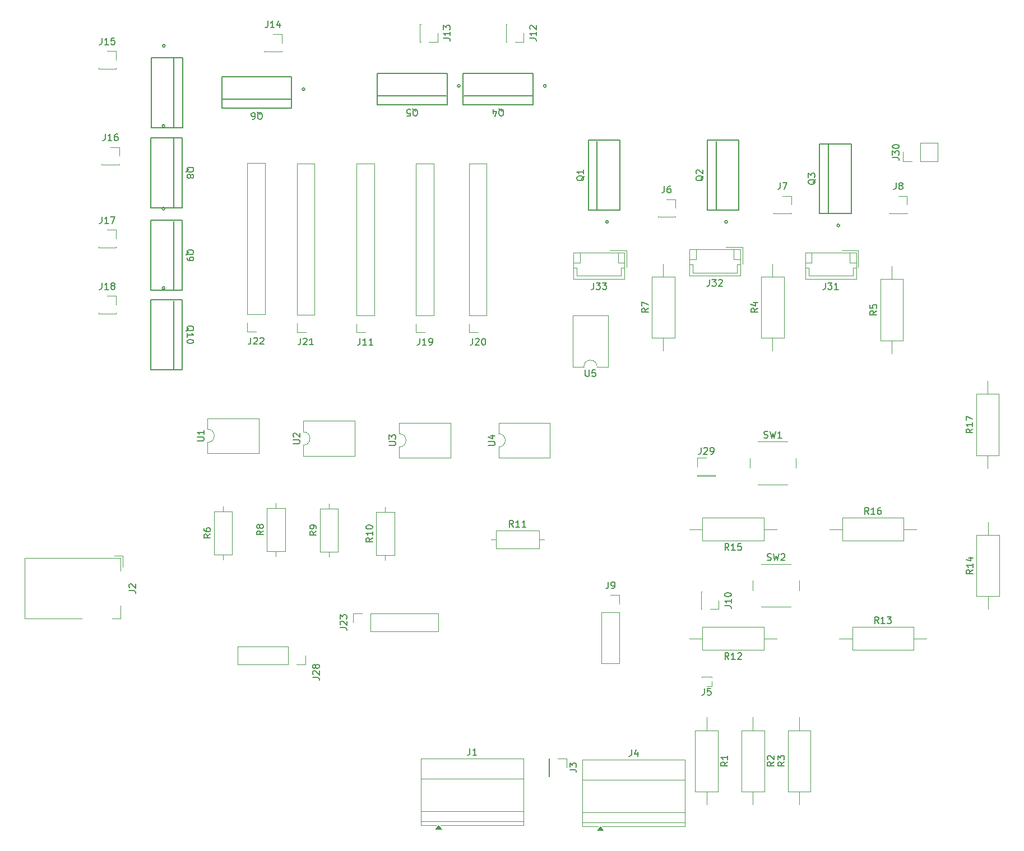
<source format=gbr>
%TF.GenerationSoftware,KiCad,Pcbnew,9.0.5-1.fc42*%
%TF.CreationDate,2025-11-13T19:00:45-05:00*%
%TF.ProjectId,ProyectoDigital,50726f79-6563-4746-9f44-69676974616c,rev?*%
%TF.SameCoordinates,Original*%
%TF.FileFunction,Legend,Top*%
%TF.FilePolarity,Positive*%
%FSLAX46Y46*%
G04 Gerber Fmt 4.6, Leading zero omitted, Abs format (unit mm)*
G04 Created by KiCad (PCBNEW 9.0.5-1.fc42) date 2025-11-13 19:00:45*
%MOMM*%
%LPD*%
G01*
G04 APERTURE LIST*
%ADD10C,0.150000*%
%ADD11C,0.120000*%
%ADD12C,0.152400*%
G04 APERTURE END LIST*
D10*
X73124819Y-101571904D02*
X73934342Y-101571904D01*
X73934342Y-101571904D02*
X74029580Y-101524285D01*
X74029580Y-101524285D02*
X74077200Y-101476666D01*
X74077200Y-101476666D02*
X74124819Y-101381428D01*
X74124819Y-101381428D02*
X74124819Y-101190952D01*
X74124819Y-101190952D02*
X74077200Y-101095714D01*
X74077200Y-101095714D02*
X74029580Y-101048095D01*
X74029580Y-101048095D02*
X73934342Y-101000476D01*
X73934342Y-101000476D02*
X73124819Y-101000476D01*
X74124819Y-100000476D02*
X74124819Y-100571904D01*
X74124819Y-100286190D02*
X73124819Y-100286190D01*
X73124819Y-100286190D02*
X73267676Y-100381428D01*
X73267676Y-100381428D02*
X73362914Y-100476666D01*
X73362914Y-100476666D02*
X73410533Y-100571904D01*
X159214567Y-119584300D02*
X159357424Y-119631919D01*
X159357424Y-119631919D02*
X159595519Y-119631919D01*
X159595519Y-119631919D02*
X159690757Y-119584300D01*
X159690757Y-119584300D02*
X159738376Y-119536680D01*
X159738376Y-119536680D02*
X159785995Y-119441442D01*
X159785995Y-119441442D02*
X159785995Y-119346204D01*
X159785995Y-119346204D02*
X159738376Y-119250966D01*
X159738376Y-119250966D02*
X159690757Y-119203347D01*
X159690757Y-119203347D02*
X159595519Y-119155728D01*
X159595519Y-119155728D02*
X159405043Y-119108109D01*
X159405043Y-119108109D02*
X159309805Y-119060490D01*
X159309805Y-119060490D02*
X159262186Y-119012871D01*
X159262186Y-119012871D02*
X159214567Y-118917633D01*
X159214567Y-118917633D02*
X159214567Y-118822395D01*
X159214567Y-118822395D02*
X159262186Y-118727157D01*
X159262186Y-118727157D02*
X159309805Y-118679538D01*
X159309805Y-118679538D02*
X159405043Y-118631919D01*
X159405043Y-118631919D02*
X159643138Y-118631919D01*
X159643138Y-118631919D02*
X159785995Y-118679538D01*
X160119329Y-118631919D02*
X160357424Y-119631919D01*
X160357424Y-119631919D02*
X160547900Y-118917633D01*
X160547900Y-118917633D02*
X160738376Y-119631919D01*
X160738376Y-119631919D02*
X160976472Y-118631919D01*
X161309805Y-118727157D02*
X161357424Y-118679538D01*
X161357424Y-118679538D02*
X161452662Y-118631919D01*
X161452662Y-118631919D02*
X161690757Y-118631919D01*
X161690757Y-118631919D02*
X161785995Y-118679538D01*
X161785995Y-118679538D02*
X161833614Y-118727157D01*
X161833614Y-118727157D02*
X161881233Y-118822395D01*
X161881233Y-118822395D02*
X161881233Y-118917633D01*
X161881233Y-118917633D02*
X161833614Y-119060490D01*
X161833614Y-119060490D02*
X161262186Y-119631919D01*
X161262186Y-119631919D02*
X161881233Y-119631919D01*
X118643138Y-51377042D02*
X118738376Y-51424661D01*
X118738376Y-51424661D02*
X118833614Y-51519900D01*
X118833614Y-51519900D02*
X118976471Y-51662757D01*
X118976471Y-51662757D02*
X119071709Y-51710376D01*
X119071709Y-51710376D02*
X119166947Y-51710376D01*
X119119328Y-51472280D02*
X119214566Y-51519900D01*
X119214566Y-51519900D02*
X119309804Y-51615138D01*
X119309804Y-51615138D02*
X119357423Y-51805614D01*
X119357423Y-51805614D02*
X119357423Y-52138947D01*
X119357423Y-52138947D02*
X119309804Y-52329423D01*
X119309804Y-52329423D02*
X119214566Y-52424661D01*
X119214566Y-52424661D02*
X119119328Y-52472280D01*
X119119328Y-52472280D02*
X118928852Y-52472280D01*
X118928852Y-52472280D02*
X118833614Y-52424661D01*
X118833614Y-52424661D02*
X118738376Y-52329423D01*
X118738376Y-52329423D02*
X118690757Y-52138947D01*
X118690757Y-52138947D02*
X118690757Y-51805614D01*
X118690757Y-51805614D02*
X118738376Y-51615138D01*
X118738376Y-51615138D02*
X118833614Y-51519900D01*
X118833614Y-51519900D02*
X118928852Y-51472280D01*
X118928852Y-51472280D02*
X119119328Y-51472280D01*
X117833614Y-52138947D02*
X117833614Y-51472280D01*
X118071709Y-52519900D02*
X118309804Y-51805614D01*
X118309804Y-51805614D02*
X117690757Y-51805614D01*
X114690476Y-86084819D02*
X114690476Y-86799104D01*
X114690476Y-86799104D02*
X114642857Y-86941961D01*
X114642857Y-86941961D02*
X114547619Y-87037200D01*
X114547619Y-87037200D02*
X114404762Y-87084819D01*
X114404762Y-87084819D02*
X114309524Y-87084819D01*
X115119048Y-86180057D02*
X115166667Y-86132438D01*
X115166667Y-86132438D02*
X115261905Y-86084819D01*
X115261905Y-86084819D02*
X115500000Y-86084819D01*
X115500000Y-86084819D02*
X115595238Y-86132438D01*
X115595238Y-86132438D02*
X115642857Y-86180057D01*
X115642857Y-86180057D02*
X115690476Y-86275295D01*
X115690476Y-86275295D02*
X115690476Y-86370533D01*
X115690476Y-86370533D02*
X115642857Y-86513390D01*
X115642857Y-86513390D02*
X115071429Y-87084819D01*
X115071429Y-87084819D02*
X115690476Y-87084819D01*
X116309524Y-86084819D02*
X116404762Y-86084819D01*
X116404762Y-86084819D02*
X116500000Y-86132438D01*
X116500000Y-86132438D02*
X116547619Y-86180057D01*
X116547619Y-86180057D02*
X116595238Y-86275295D01*
X116595238Y-86275295D02*
X116642857Y-86465771D01*
X116642857Y-86465771D02*
X116642857Y-86703866D01*
X116642857Y-86703866D02*
X116595238Y-86894342D01*
X116595238Y-86894342D02*
X116547619Y-86989580D01*
X116547619Y-86989580D02*
X116500000Y-87037200D01*
X116500000Y-87037200D02*
X116404762Y-87084819D01*
X116404762Y-87084819D02*
X116309524Y-87084819D01*
X116309524Y-87084819D02*
X116214286Y-87037200D01*
X116214286Y-87037200D02*
X116166667Y-86989580D01*
X116166667Y-86989580D02*
X116119048Y-86894342D01*
X116119048Y-86894342D02*
X116071429Y-86703866D01*
X116071429Y-86703866D02*
X116071429Y-86465771D01*
X116071429Y-86465771D02*
X116119048Y-86275295D01*
X116119048Y-86275295D02*
X116166667Y-86180057D01*
X116166667Y-86180057D02*
X116214286Y-86132438D01*
X116214286Y-86132438D02*
X116309524Y-86084819D01*
X90534819Y-137309523D02*
X91249104Y-137309523D01*
X91249104Y-137309523D02*
X91391961Y-137357142D01*
X91391961Y-137357142D02*
X91487200Y-137452380D01*
X91487200Y-137452380D02*
X91534819Y-137595237D01*
X91534819Y-137595237D02*
X91534819Y-137690475D01*
X90630057Y-136880951D02*
X90582438Y-136833332D01*
X90582438Y-136833332D02*
X90534819Y-136738094D01*
X90534819Y-136738094D02*
X90534819Y-136499999D01*
X90534819Y-136499999D02*
X90582438Y-136404761D01*
X90582438Y-136404761D02*
X90630057Y-136357142D01*
X90630057Y-136357142D02*
X90725295Y-136309523D01*
X90725295Y-136309523D02*
X90820533Y-136309523D01*
X90820533Y-136309523D02*
X90963390Y-136357142D01*
X90963390Y-136357142D02*
X91534819Y-136928570D01*
X91534819Y-136928570D02*
X91534819Y-136309523D01*
X90963390Y-135738094D02*
X90915771Y-135833332D01*
X90915771Y-135833332D02*
X90868152Y-135880951D01*
X90868152Y-135880951D02*
X90772914Y-135928570D01*
X90772914Y-135928570D02*
X90725295Y-135928570D01*
X90725295Y-135928570D02*
X90630057Y-135880951D01*
X90630057Y-135880951D02*
X90582438Y-135833332D01*
X90582438Y-135833332D02*
X90534819Y-135738094D01*
X90534819Y-135738094D02*
X90534819Y-135547618D01*
X90534819Y-135547618D02*
X90582438Y-135452380D01*
X90582438Y-135452380D02*
X90630057Y-135404761D01*
X90630057Y-135404761D02*
X90725295Y-135357142D01*
X90725295Y-135357142D02*
X90772914Y-135357142D01*
X90772914Y-135357142D02*
X90868152Y-135404761D01*
X90868152Y-135404761D02*
X90915771Y-135452380D01*
X90915771Y-135452380D02*
X90963390Y-135547618D01*
X90963390Y-135547618D02*
X90963390Y-135738094D01*
X90963390Y-135738094D02*
X91011009Y-135833332D01*
X91011009Y-135833332D02*
X91058628Y-135880951D01*
X91058628Y-135880951D02*
X91153866Y-135928570D01*
X91153866Y-135928570D02*
X91344342Y-135928570D01*
X91344342Y-135928570D02*
X91439580Y-135880951D01*
X91439580Y-135880951D02*
X91487200Y-135833332D01*
X91487200Y-135833332D02*
X91534819Y-135738094D01*
X91534819Y-135738094D02*
X91534819Y-135547618D01*
X91534819Y-135547618D02*
X91487200Y-135452380D01*
X91487200Y-135452380D02*
X91439580Y-135404761D01*
X91439580Y-135404761D02*
X91344342Y-135357142D01*
X91344342Y-135357142D02*
X91153866Y-135357142D01*
X91153866Y-135357142D02*
X91058628Y-135404761D01*
X91058628Y-135404761D02*
X91011009Y-135452380D01*
X91011009Y-135452380D02*
X90963390Y-135547618D01*
X149550057Y-61515238D02*
X149502438Y-61610476D01*
X149502438Y-61610476D02*
X149407200Y-61705714D01*
X149407200Y-61705714D02*
X149264342Y-61848571D01*
X149264342Y-61848571D02*
X149216723Y-61943809D01*
X149216723Y-61943809D02*
X149216723Y-62039047D01*
X149454819Y-61991428D02*
X149407200Y-62086666D01*
X149407200Y-62086666D02*
X149311961Y-62181904D01*
X149311961Y-62181904D02*
X149121485Y-62229523D01*
X149121485Y-62229523D02*
X148788152Y-62229523D01*
X148788152Y-62229523D02*
X148597676Y-62181904D01*
X148597676Y-62181904D02*
X148502438Y-62086666D01*
X148502438Y-62086666D02*
X148454819Y-61991428D01*
X148454819Y-61991428D02*
X148454819Y-61800952D01*
X148454819Y-61800952D02*
X148502438Y-61705714D01*
X148502438Y-61705714D02*
X148597676Y-61610476D01*
X148597676Y-61610476D02*
X148788152Y-61562857D01*
X148788152Y-61562857D02*
X149121485Y-61562857D01*
X149121485Y-61562857D02*
X149311961Y-61610476D01*
X149311961Y-61610476D02*
X149407200Y-61705714D01*
X149407200Y-61705714D02*
X149454819Y-61800952D01*
X149454819Y-61800952D02*
X149454819Y-61991428D01*
X148550057Y-61181904D02*
X148502438Y-61134285D01*
X148502438Y-61134285D02*
X148454819Y-61039047D01*
X148454819Y-61039047D02*
X148454819Y-60800952D01*
X148454819Y-60800952D02*
X148502438Y-60705714D01*
X148502438Y-60705714D02*
X148550057Y-60658095D01*
X148550057Y-60658095D02*
X148645295Y-60610476D01*
X148645295Y-60610476D02*
X148740533Y-60610476D01*
X148740533Y-60610476D02*
X148883390Y-60658095D01*
X148883390Y-60658095D02*
X149454819Y-61229523D01*
X149454819Y-61229523D02*
X149454819Y-60610476D01*
X123312719Y-40736623D02*
X124027004Y-40736623D01*
X124027004Y-40736623D02*
X124169861Y-40784242D01*
X124169861Y-40784242D02*
X124265100Y-40879480D01*
X124265100Y-40879480D02*
X124312719Y-41022337D01*
X124312719Y-41022337D02*
X124312719Y-41117575D01*
X124312719Y-39736623D02*
X124312719Y-40308051D01*
X124312719Y-40022337D02*
X123312719Y-40022337D01*
X123312719Y-40022337D02*
X123455576Y-40117575D01*
X123455576Y-40117575D02*
X123550814Y-40212813D01*
X123550814Y-40212813D02*
X123598433Y-40308051D01*
X123407957Y-39355670D02*
X123360338Y-39308051D01*
X123360338Y-39308051D02*
X123312719Y-39212813D01*
X123312719Y-39212813D02*
X123312719Y-38974718D01*
X123312719Y-38974718D02*
X123360338Y-38879480D01*
X123360338Y-38879480D02*
X123407957Y-38831861D01*
X123407957Y-38831861D02*
X123503195Y-38784242D01*
X123503195Y-38784242D02*
X123598433Y-38784242D01*
X123598433Y-38784242D02*
X123741290Y-38831861D01*
X123741290Y-38831861D02*
X124312719Y-39403289D01*
X124312719Y-39403289D02*
X124312719Y-38784242D01*
X71449942Y-60944761D02*
X71497561Y-60849523D01*
X71497561Y-60849523D02*
X71592800Y-60754285D01*
X71592800Y-60754285D02*
X71735657Y-60611428D01*
X71735657Y-60611428D02*
X71783276Y-60516190D01*
X71783276Y-60516190D02*
X71783276Y-60420952D01*
X71545180Y-60468571D02*
X71592800Y-60373333D01*
X71592800Y-60373333D02*
X71688038Y-60278095D01*
X71688038Y-60278095D02*
X71878514Y-60230476D01*
X71878514Y-60230476D02*
X72211847Y-60230476D01*
X72211847Y-60230476D02*
X72402323Y-60278095D01*
X72402323Y-60278095D02*
X72497561Y-60373333D01*
X72497561Y-60373333D02*
X72545180Y-60468571D01*
X72545180Y-60468571D02*
X72545180Y-60659047D01*
X72545180Y-60659047D02*
X72497561Y-60754285D01*
X72497561Y-60754285D02*
X72402323Y-60849523D01*
X72402323Y-60849523D02*
X72211847Y-60897142D01*
X72211847Y-60897142D02*
X71878514Y-60897142D01*
X71878514Y-60897142D02*
X71688038Y-60849523D01*
X71688038Y-60849523D02*
X71592800Y-60754285D01*
X71592800Y-60754285D02*
X71545180Y-60659047D01*
X71545180Y-60659047D02*
X71545180Y-60468571D01*
X72116609Y-61468571D02*
X72164228Y-61373333D01*
X72164228Y-61373333D02*
X72211847Y-61325714D01*
X72211847Y-61325714D02*
X72307085Y-61278095D01*
X72307085Y-61278095D02*
X72354704Y-61278095D01*
X72354704Y-61278095D02*
X72449942Y-61325714D01*
X72449942Y-61325714D02*
X72497561Y-61373333D01*
X72497561Y-61373333D02*
X72545180Y-61468571D01*
X72545180Y-61468571D02*
X72545180Y-61659047D01*
X72545180Y-61659047D02*
X72497561Y-61754285D01*
X72497561Y-61754285D02*
X72449942Y-61801904D01*
X72449942Y-61801904D02*
X72354704Y-61849523D01*
X72354704Y-61849523D02*
X72307085Y-61849523D01*
X72307085Y-61849523D02*
X72211847Y-61801904D01*
X72211847Y-61801904D02*
X72164228Y-61754285D01*
X72164228Y-61754285D02*
X72116609Y-61659047D01*
X72116609Y-61659047D02*
X72116609Y-61468571D01*
X72116609Y-61468571D02*
X72068990Y-61373333D01*
X72068990Y-61373333D02*
X72021371Y-61325714D01*
X72021371Y-61325714D02*
X71926133Y-61278095D01*
X71926133Y-61278095D02*
X71735657Y-61278095D01*
X71735657Y-61278095D02*
X71640419Y-61325714D01*
X71640419Y-61325714D02*
X71592800Y-61373333D01*
X71592800Y-61373333D02*
X71545180Y-61468571D01*
X71545180Y-61468571D02*
X71545180Y-61659047D01*
X71545180Y-61659047D02*
X71592800Y-61754285D01*
X71592800Y-61754285D02*
X71640419Y-61801904D01*
X71640419Y-61801904D02*
X71735657Y-61849523D01*
X71735657Y-61849523D02*
X71926133Y-61849523D01*
X71926133Y-61849523D02*
X72021371Y-61801904D01*
X72021371Y-61801904D02*
X72068990Y-61754285D01*
X72068990Y-61754285D02*
X72116609Y-61659047D01*
X99584819Y-116222857D02*
X99108628Y-116556190D01*
X99584819Y-116794285D02*
X98584819Y-116794285D01*
X98584819Y-116794285D02*
X98584819Y-116413333D01*
X98584819Y-116413333D02*
X98632438Y-116318095D01*
X98632438Y-116318095D02*
X98680057Y-116270476D01*
X98680057Y-116270476D02*
X98775295Y-116222857D01*
X98775295Y-116222857D02*
X98918152Y-116222857D01*
X98918152Y-116222857D02*
X99013390Y-116270476D01*
X99013390Y-116270476D02*
X99061009Y-116318095D01*
X99061009Y-116318095D02*
X99108628Y-116413333D01*
X99108628Y-116413333D02*
X99108628Y-116794285D01*
X99584819Y-115270476D02*
X99584819Y-115841904D01*
X99584819Y-115556190D02*
X98584819Y-115556190D01*
X98584819Y-115556190D02*
X98727676Y-115651428D01*
X98727676Y-115651428D02*
X98822914Y-115746666D01*
X98822914Y-115746666D02*
X98870533Y-115841904D01*
X98584819Y-114651428D02*
X98584819Y-114556190D01*
X98584819Y-114556190D02*
X98632438Y-114460952D01*
X98632438Y-114460952D02*
X98680057Y-114413333D01*
X98680057Y-114413333D02*
X98775295Y-114365714D01*
X98775295Y-114365714D02*
X98965771Y-114318095D01*
X98965771Y-114318095D02*
X99203866Y-114318095D01*
X99203866Y-114318095D02*
X99394342Y-114365714D01*
X99394342Y-114365714D02*
X99489580Y-114413333D01*
X99489580Y-114413333D02*
X99537200Y-114460952D01*
X99537200Y-114460952D02*
X99584819Y-114556190D01*
X99584819Y-114556190D02*
X99584819Y-114651428D01*
X99584819Y-114651428D02*
X99537200Y-114746666D01*
X99537200Y-114746666D02*
X99489580Y-114794285D01*
X99489580Y-114794285D02*
X99394342Y-114841904D01*
X99394342Y-114841904D02*
X99203866Y-114889523D01*
X99203866Y-114889523D02*
X98965771Y-114889523D01*
X98965771Y-114889523D02*
X98775295Y-114841904D01*
X98775295Y-114841904D02*
X98680057Y-114794285D01*
X98680057Y-114794285D02*
X98632438Y-114746666D01*
X98632438Y-114746666D02*
X98584819Y-114651428D01*
X110312719Y-40736623D02*
X111027004Y-40736623D01*
X111027004Y-40736623D02*
X111169861Y-40784242D01*
X111169861Y-40784242D02*
X111265100Y-40879480D01*
X111265100Y-40879480D02*
X111312719Y-41022337D01*
X111312719Y-41022337D02*
X111312719Y-41117575D01*
X111312719Y-39736623D02*
X111312719Y-40308051D01*
X111312719Y-40022337D02*
X110312719Y-40022337D01*
X110312719Y-40022337D02*
X110455576Y-40117575D01*
X110455576Y-40117575D02*
X110550814Y-40212813D01*
X110550814Y-40212813D02*
X110598433Y-40308051D01*
X110312719Y-39403289D02*
X110312719Y-38784242D01*
X110312719Y-38784242D02*
X110693671Y-39117575D01*
X110693671Y-39117575D02*
X110693671Y-38974718D01*
X110693671Y-38974718D02*
X110741290Y-38879480D01*
X110741290Y-38879480D02*
X110788909Y-38831861D01*
X110788909Y-38831861D02*
X110884147Y-38784242D01*
X110884147Y-38784242D02*
X111122242Y-38784242D01*
X111122242Y-38784242D02*
X111217480Y-38831861D01*
X111217480Y-38831861D02*
X111265100Y-38879480D01*
X111265100Y-38879480D02*
X111312719Y-38974718D01*
X111312719Y-38974718D02*
X111312719Y-39260432D01*
X111312719Y-39260432D02*
X111265100Y-39355670D01*
X111265100Y-39355670D02*
X111217480Y-39403289D01*
X178666666Y-62564819D02*
X178666666Y-63279104D01*
X178666666Y-63279104D02*
X178619047Y-63421961D01*
X178619047Y-63421961D02*
X178523809Y-63517200D01*
X178523809Y-63517200D02*
X178380952Y-63564819D01*
X178380952Y-63564819D02*
X178285714Y-63564819D01*
X179285714Y-62993390D02*
X179190476Y-62945771D01*
X179190476Y-62945771D02*
X179142857Y-62898152D01*
X179142857Y-62898152D02*
X179095238Y-62802914D01*
X179095238Y-62802914D02*
X179095238Y-62755295D01*
X179095238Y-62755295D02*
X179142857Y-62660057D01*
X179142857Y-62660057D02*
X179190476Y-62612438D01*
X179190476Y-62612438D02*
X179285714Y-62564819D01*
X179285714Y-62564819D02*
X179476190Y-62564819D01*
X179476190Y-62564819D02*
X179571428Y-62612438D01*
X179571428Y-62612438D02*
X179619047Y-62660057D01*
X179619047Y-62660057D02*
X179666666Y-62755295D01*
X179666666Y-62755295D02*
X179666666Y-62802914D01*
X179666666Y-62802914D02*
X179619047Y-62898152D01*
X179619047Y-62898152D02*
X179571428Y-62945771D01*
X179571428Y-62945771D02*
X179476190Y-62993390D01*
X179476190Y-62993390D02*
X179285714Y-62993390D01*
X179285714Y-62993390D02*
X179190476Y-63041009D01*
X179190476Y-63041009D02*
X179142857Y-63088628D01*
X179142857Y-63088628D02*
X179095238Y-63183866D01*
X179095238Y-63183866D02*
X179095238Y-63374342D01*
X179095238Y-63374342D02*
X179142857Y-63469580D01*
X179142857Y-63469580D02*
X179190476Y-63517200D01*
X179190476Y-63517200D02*
X179285714Y-63564819D01*
X179285714Y-63564819D02*
X179476190Y-63564819D01*
X179476190Y-63564819D02*
X179571428Y-63517200D01*
X179571428Y-63517200D02*
X179619047Y-63469580D01*
X179619047Y-63469580D02*
X179666666Y-63374342D01*
X179666666Y-63374342D02*
X179666666Y-63183866D01*
X179666666Y-63183866D02*
X179619047Y-63088628D01*
X179619047Y-63088628D02*
X179571428Y-63041009D01*
X179571428Y-63041009D02*
X179476190Y-62993390D01*
X152772719Y-126486623D02*
X153487004Y-126486623D01*
X153487004Y-126486623D02*
X153629861Y-126534242D01*
X153629861Y-126534242D02*
X153725100Y-126629480D01*
X153725100Y-126629480D02*
X153772719Y-126772337D01*
X153772719Y-126772337D02*
X153772719Y-126867575D01*
X153772719Y-125486623D02*
X153772719Y-126058051D01*
X153772719Y-125772337D02*
X152772719Y-125772337D01*
X152772719Y-125772337D02*
X152915576Y-125867575D01*
X152915576Y-125867575D02*
X153010814Y-125962813D01*
X153010814Y-125962813D02*
X153058433Y-126058051D01*
X152772719Y-124867575D02*
X152772719Y-124772337D01*
X152772719Y-124772337D02*
X152820338Y-124677099D01*
X152820338Y-124677099D02*
X152867957Y-124629480D01*
X152867957Y-124629480D02*
X152963195Y-124581861D01*
X152963195Y-124581861D02*
X153153671Y-124534242D01*
X153153671Y-124534242D02*
X153391766Y-124534242D01*
X153391766Y-124534242D02*
X153582242Y-124581861D01*
X153582242Y-124581861D02*
X153677480Y-124629480D01*
X153677480Y-124629480D02*
X153725100Y-124677099D01*
X153725100Y-124677099D02*
X153772719Y-124772337D01*
X153772719Y-124772337D02*
X153772719Y-124867575D01*
X153772719Y-124867575D02*
X153725100Y-124962813D01*
X153725100Y-124962813D02*
X153677480Y-125010432D01*
X153677480Y-125010432D02*
X153582242Y-125058051D01*
X153582242Y-125058051D02*
X153391766Y-125105670D01*
X153391766Y-125105670D02*
X153153671Y-125105670D01*
X153153671Y-125105670D02*
X152963195Y-125058051D01*
X152963195Y-125058051D02*
X152867957Y-125010432D01*
X152867957Y-125010432D02*
X152820338Y-124962813D01*
X152820338Y-124962813D02*
X152772719Y-124867575D01*
X143666666Y-63064819D02*
X143666666Y-63779104D01*
X143666666Y-63779104D02*
X143619047Y-63921961D01*
X143619047Y-63921961D02*
X143523809Y-64017200D01*
X143523809Y-64017200D02*
X143380952Y-64064819D01*
X143380952Y-64064819D02*
X143285714Y-64064819D01*
X144571428Y-63064819D02*
X144380952Y-63064819D01*
X144380952Y-63064819D02*
X144285714Y-63112438D01*
X144285714Y-63112438D02*
X144238095Y-63160057D01*
X144238095Y-63160057D02*
X144142857Y-63302914D01*
X144142857Y-63302914D02*
X144095238Y-63493390D01*
X144095238Y-63493390D02*
X144095238Y-63874342D01*
X144095238Y-63874342D02*
X144142857Y-63969580D01*
X144142857Y-63969580D02*
X144190476Y-64017200D01*
X144190476Y-64017200D02*
X144285714Y-64064819D01*
X144285714Y-64064819D02*
X144476190Y-64064819D01*
X144476190Y-64064819D02*
X144571428Y-64017200D01*
X144571428Y-64017200D02*
X144619047Y-63969580D01*
X144619047Y-63969580D02*
X144666666Y-63874342D01*
X144666666Y-63874342D02*
X144666666Y-63636247D01*
X144666666Y-63636247D02*
X144619047Y-63541009D01*
X144619047Y-63541009D02*
X144571428Y-63493390D01*
X144571428Y-63493390D02*
X144476190Y-63445771D01*
X144476190Y-63445771D02*
X144285714Y-63445771D01*
X144285714Y-63445771D02*
X144190476Y-63493390D01*
X144190476Y-63493390D02*
X144142857Y-63541009D01*
X144142857Y-63541009D02*
X144095238Y-63636247D01*
X175734819Y-81926666D02*
X175258628Y-82259999D01*
X175734819Y-82498094D02*
X174734819Y-82498094D01*
X174734819Y-82498094D02*
X174734819Y-82117142D01*
X174734819Y-82117142D02*
X174782438Y-82021904D01*
X174782438Y-82021904D02*
X174830057Y-81974285D01*
X174830057Y-81974285D02*
X174925295Y-81926666D01*
X174925295Y-81926666D02*
X175068152Y-81926666D01*
X175068152Y-81926666D02*
X175163390Y-81974285D01*
X175163390Y-81974285D02*
X175211009Y-82021904D01*
X175211009Y-82021904D02*
X175258628Y-82117142D01*
X175258628Y-82117142D02*
X175258628Y-82498094D01*
X174734819Y-81021904D02*
X174734819Y-81498094D01*
X174734819Y-81498094D02*
X175211009Y-81545713D01*
X175211009Y-81545713D02*
X175163390Y-81498094D01*
X175163390Y-81498094D02*
X175115771Y-81402856D01*
X175115771Y-81402856D02*
X175115771Y-81164761D01*
X175115771Y-81164761D02*
X175163390Y-81069523D01*
X175163390Y-81069523D02*
X175211009Y-81021904D01*
X175211009Y-81021904D02*
X175306247Y-80974285D01*
X175306247Y-80974285D02*
X175544342Y-80974285D01*
X175544342Y-80974285D02*
X175639580Y-81021904D01*
X175639580Y-81021904D02*
X175687200Y-81069523D01*
X175687200Y-81069523D02*
X175734819Y-81164761D01*
X175734819Y-81164761D02*
X175734819Y-81402856D01*
X175734819Y-81402856D02*
X175687200Y-81498094D01*
X175687200Y-81498094D02*
X175639580Y-81545713D01*
X131733095Y-90824819D02*
X131733095Y-91634342D01*
X131733095Y-91634342D02*
X131780714Y-91729580D01*
X131780714Y-91729580D02*
X131828333Y-91777200D01*
X131828333Y-91777200D02*
X131923571Y-91824819D01*
X131923571Y-91824819D02*
X132114047Y-91824819D01*
X132114047Y-91824819D02*
X132209285Y-91777200D01*
X132209285Y-91777200D02*
X132256904Y-91729580D01*
X132256904Y-91729580D02*
X132304523Y-91634342D01*
X132304523Y-91634342D02*
X132304523Y-90824819D01*
X133256904Y-90824819D02*
X132780714Y-90824819D01*
X132780714Y-90824819D02*
X132733095Y-91301009D01*
X132733095Y-91301009D02*
X132780714Y-91253390D01*
X132780714Y-91253390D02*
X132875952Y-91205771D01*
X132875952Y-91205771D02*
X133114047Y-91205771D01*
X133114047Y-91205771D02*
X133209285Y-91253390D01*
X133209285Y-91253390D02*
X133256904Y-91301009D01*
X133256904Y-91301009D02*
X133304523Y-91396247D01*
X133304523Y-91396247D02*
X133304523Y-91634342D01*
X133304523Y-91634342D02*
X133256904Y-91729580D01*
X133256904Y-91729580D02*
X133209285Y-91777200D01*
X133209285Y-91777200D02*
X133114047Y-91824819D01*
X133114047Y-91824819D02*
X132875952Y-91824819D01*
X132875952Y-91824819D02*
X132780714Y-91777200D01*
X132780714Y-91777200D02*
X132733095Y-91729580D01*
X135191666Y-122884819D02*
X135191666Y-123599104D01*
X135191666Y-123599104D02*
X135144047Y-123741961D01*
X135144047Y-123741961D02*
X135048809Y-123837200D01*
X135048809Y-123837200D02*
X134905952Y-123884819D01*
X134905952Y-123884819D02*
X134810714Y-123884819D01*
X135715476Y-123884819D02*
X135905952Y-123884819D01*
X135905952Y-123884819D02*
X136001190Y-123837200D01*
X136001190Y-123837200D02*
X136048809Y-123789580D01*
X136048809Y-123789580D02*
X136144047Y-123646723D01*
X136144047Y-123646723D02*
X136191666Y-123456247D01*
X136191666Y-123456247D02*
X136191666Y-123075295D01*
X136191666Y-123075295D02*
X136144047Y-122980057D01*
X136144047Y-122980057D02*
X136096428Y-122932438D01*
X136096428Y-122932438D02*
X136001190Y-122884819D01*
X136001190Y-122884819D02*
X135810714Y-122884819D01*
X135810714Y-122884819D02*
X135715476Y-122932438D01*
X135715476Y-122932438D02*
X135667857Y-122980057D01*
X135667857Y-122980057D02*
X135620238Y-123075295D01*
X135620238Y-123075295D02*
X135620238Y-123313390D01*
X135620238Y-123313390D02*
X135667857Y-123408628D01*
X135667857Y-123408628D02*
X135715476Y-123456247D01*
X135715476Y-123456247D02*
X135810714Y-123503866D01*
X135810714Y-123503866D02*
X136001190Y-123503866D01*
X136001190Y-123503866D02*
X136096428Y-123456247D01*
X136096428Y-123456247D02*
X136144047Y-123408628D01*
X136144047Y-123408628D02*
X136191666Y-123313390D01*
X81190476Y-85964819D02*
X81190476Y-86679104D01*
X81190476Y-86679104D02*
X81142857Y-86821961D01*
X81142857Y-86821961D02*
X81047619Y-86917200D01*
X81047619Y-86917200D02*
X80904762Y-86964819D01*
X80904762Y-86964819D02*
X80809524Y-86964819D01*
X81619048Y-86060057D02*
X81666667Y-86012438D01*
X81666667Y-86012438D02*
X81761905Y-85964819D01*
X81761905Y-85964819D02*
X82000000Y-85964819D01*
X82000000Y-85964819D02*
X82095238Y-86012438D01*
X82095238Y-86012438D02*
X82142857Y-86060057D01*
X82142857Y-86060057D02*
X82190476Y-86155295D01*
X82190476Y-86155295D02*
X82190476Y-86250533D01*
X82190476Y-86250533D02*
X82142857Y-86393390D01*
X82142857Y-86393390D02*
X81571429Y-86964819D01*
X81571429Y-86964819D02*
X82190476Y-86964819D01*
X82571429Y-86060057D02*
X82619048Y-86012438D01*
X82619048Y-86012438D02*
X82714286Y-85964819D01*
X82714286Y-85964819D02*
X82952381Y-85964819D01*
X82952381Y-85964819D02*
X83047619Y-86012438D01*
X83047619Y-86012438D02*
X83095238Y-86060057D01*
X83095238Y-86060057D02*
X83142857Y-86155295D01*
X83142857Y-86155295D02*
X83142857Y-86250533D01*
X83142857Y-86250533D02*
X83095238Y-86393390D01*
X83095238Y-86393390D02*
X82523810Y-86964819D01*
X82523810Y-86964819D02*
X83142857Y-86964819D01*
X161166666Y-62564819D02*
X161166666Y-63279104D01*
X161166666Y-63279104D02*
X161119047Y-63421961D01*
X161119047Y-63421961D02*
X161023809Y-63517200D01*
X161023809Y-63517200D02*
X160880952Y-63564819D01*
X160880952Y-63564819D02*
X160785714Y-63564819D01*
X161547619Y-62564819D02*
X162214285Y-62564819D01*
X162214285Y-62564819D02*
X161785714Y-63564819D01*
X141234819Y-81546666D02*
X140758628Y-81879999D01*
X141234819Y-82118094D02*
X140234819Y-82118094D01*
X140234819Y-82118094D02*
X140234819Y-81737142D01*
X140234819Y-81737142D02*
X140282438Y-81641904D01*
X140282438Y-81641904D02*
X140330057Y-81594285D01*
X140330057Y-81594285D02*
X140425295Y-81546666D01*
X140425295Y-81546666D02*
X140568152Y-81546666D01*
X140568152Y-81546666D02*
X140663390Y-81594285D01*
X140663390Y-81594285D02*
X140711009Y-81641904D01*
X140711009Y-81641904D02*
X140758628Y-81737142D01*
X140758628Y-81737142D02*
X140758628Y-82118094D01*
X140234819Y-81213332D02*
X140234819Y-80546666D01*
X140234819Y-80546666D02*
X141234819Y-80975237D01*
X149190476Y-102574819D02*
X149190476Y-103289104D01*
X149190476Y-103289104D02*
X149142857Y-103431961D01*
X149142857Y-103431961D02*
X149047619Y-103527200D01*
X149047619Y-103527200D02*
X148904762Y-103574819D01*
X148904762Y-103574819D02*
X148809524Y-103574819D01*
X149619048Y-102670057D02*
X149666667Y-102622438D01*
X149666667Y-102622438D02*
X149761905Y-102574819D01*
X149761905Y-102574819D02*
X150000000Y-102574819D01*
X150000000Y-102574819D02*
X150095238Y-102622438D01*
X150095238Y-102622438D02*
X150142857Y-102670057D01*
X150142857Y-102670057D02*
X150190476Y-102765295D01*
X150190476Y-102765295D02*
X150190476Y-102860533D01*
X150190476Y-102860533D02*
X150142857Y-103003390D01*
X150142857Y-103003390D02*
X149571429Y-103574819D01*
X149571429Y-103574819D02*
X150190476Y-103574819D01*
X150666667Y-103574819D02*
X150857143Y-103574819D01*
X150857143Y-103574819D02*
X150952381Y-103527200D01*
X150952381Y-103527200D02*
X151000000Y-103479580D01*
X151000000Y-103479580D02*
X151095238Y-103336723D01*
X151095238Y-103336723D02*
X151142857Y-103146247D01*
X151142857Y-103146247D02*
X151142857Y-102765295D01*
X151142857Y-102765295D02*
X151095238Y-102670057D01*
X151095238Y-102670057D02*
X151047619Y-102622438D01*
X151047619Y-102622438D02*
X150952381Y-102574819D01*
X150952381Y-102574819D02*
X150761905Y-102574819D01*
X150761905Y-102574819D02*
X150666667Y-102622438D01*
X150666667Y-102622438D02*
X150619048Y-102670057D01*
X150619048Y-102670057D02*
X150571429Y-102765295D01*
X150571429Y-102765295D02*
X150571429Y-103003390D01*
X150571429Y-103003390D02*
X150619048Y-103098628D01*
X150619048Y-103098628D02*
X150666667Y-103146247D01*
X150666667Y-103146247D02*
X150761905Y-103193866D01*
X150761905Y-103193866D02*
X150952381Y-103193866D01*
X150952381Y-103193866D02*
X151047619Y-103146247D01*
X151047619Y-103146247D02*
X151095238Y-103098628D01*
X151095238Y-103098628D02*
X151142857Y-103003390D01*
X71449942Y-84968571D02*
X71497561Y-84873333D01*
X71497561Y-84873333D02*
X71592800Y-84778095D01*
X71592800Y-84778095D02*
X71735657Y-84635238D01*
X71735657Y-84635238D02*
X71783276Y-84540000D01*
X71783276Y-84540000D02*
X71783276Y-84444762D01*
X71545180Y-84492381D02*
X71592800Y-84397143D01*
X71592800Y-84397143D02*
X71688038Y-84301905D01*
X71688038Y-84301905D02*
X71878514Y-84254286D01*
X71878514Y-84254286D02*
X72211847Y-84254286D01*
X72211847Y-84254286D02*
X72402323Y-84301905D01*
X72402323Y-84301905D02*
X72497561Y-84397143D01*
X72497561Y-84397143D02*
X72545180Y-84492381D01*
X72545180Y-84492381D02*
X72545180Y-84682857D01*
X72545180Y-84682857D02*
X72497561Y-84778095D01*
X72497561Y-84778095D02*
X72402323Y-84873333D01*
X72402323Y-84873333D02*
X72211847Y-84920952D01*
X72211847Y-84920952D02*
X71878514Y-84920952D01*
X71878514Y-84920952D02*
X71688038Y-84873333D01*
X71688038Y-84873333D02*
X71592800Y-84778095D01*
X71592800Y-84778095D02*
X71545180Y-84682857D01*
X71545180Y-84682857D02*
X71545180Y-84492381D01*
X71545180Y-85873333D02*
X71545180Y-85301905D01*
X71545180Y-85587619D02*
X72545180Y-85587619D01*
X72545180Y-85587619D02*
X72402323Y-85492381D01*
X72402323Y-85492381D02*
X72307085Y-85397143D01*
X72307085Y-85397143D02*
X72259466Y-85301905D01*
X72545180Y-86492381D02*
X72545180Y-86587619D01*
X72545180Y-86587619D02*
X72497561Y-86682857D01*
X72497561Y-86682857D02*
X72449942Y-86730476D01*
X72449942Y-86730476D02*
X72354704Y-86778095D01*
X72354704Y-86778095D02*
X72164228Y-86825714D01*
X72164228Y-86825714D02*
X71926133Y-86825714D01*
X71926133Y-86825714D02*
X71735657Y-86778095D01*
X71735657Y-86778095D02*
X71640419Y-86730476D01*
X71640419Y-86730476D02*
X71592800Y-86682857D01*
X71592800Y-86682857D02*
X71545180Y-86587619D01*
X71545180Y-86587619D02*
X71545180Y-86492381D01*
X71545180Y-86492381D02*
X71592800Y-86397143D01*
X71592800Y-86397143D02*
X71640419Y-86349524D01*
X71640419Y-86349524D02*
X71735657Y-86301905D01*
X71735657Y-86301905D02*
X71926133Y-86254286D01*
X71926133Y-86254286D02*
X72164228Y-86254286D01*
X72164228Y-86254286D02*
X72354704Y-86301905D01*
X72354704Y-86301905D02*
X72449942Y-86349524D01*
X72449942Y-86349524D02*
X72497561Y-86397143D01*
X72497561Y-86397143D02*
X72545180Y-86492381D01*
X153222719Y-150093766D02*
X152746528Y-150427099D01*
X153222719Y-150665194D02*
X152222719Y-150665194D01*
X152222719Y-150665194D02*
X152222719Y-150284242D01*
X152222719Y-150284242D02*
X152270338Y-150189004D01*
X152270338Y-150189004D02*
X152317957Y-150141385D01*
X152317957Y-150141385D02*
X152413195Y-150093766D01*
X152413195Y-150093766D02*
X152556052Y-150093766D01*
X152556052Y-150093766D02*
X152651290Y-150141385D01*
X152651290Y-150141385D02*
X152698909Y-150189004D01*
X152698909Y-150189004D02*
X152746528Y-150284242D01*
X152746528Y-150284242D02*
X152746528Y-150665194D01*
X153222719Y-149141385D02*
X153222719Y-149712813D01*
X153222719Y-149427099D02*
X152222719Y-149427099D01*
X152222719Y-149427099D02*
X152365576Y-149522337D01*
X152365576Y-149522337D02*
X152460814Y-149617575D01*
X152460814Y-149617575D02*
X152508433Y-149712813D01*
X106690476Y-86084819D02*
X106690476Y-86799104D01*
X106690476Y-86799104D02*
X106642857Y-86941961D01*
X106642857Y-86941961D02*
X106547619Y-87037200D01*
X106547619Y-87037200D02*
X106404762Y-87084819D01*
X106404762Y-87084819D02*
X106309524Y-87084819D01*
X107690476Y-87084819D02*
X107119048Y-87084819D01*
X107404762Y-87084819D02*
X107404762Y-86084819D01*
X107404762Y-86084819D02*
X107309524Y-86227676D01*
X107309524Y-86227676D02*
X107214286Y-86322914D01*
X107214286Y-86322914D02*
X107119048Y-86370533D01*
X108166667Y-87084819D02*
X108357143Y-87084819D01*
X108357143Y-87084819D02*
X108452381Y-87037200D01*
X108452381Y-87037200D02*
X108500000Y-86989580D01*
X108500000Y-86989580D02*
X108595238Y-86846723D01*
X108595238Y-86846723D02*
X108642857Y-86656247D01*
X108642857Y-86656247D02*
X108642857Y-86275295D01*
X108642857Y-86275295D02*
X108595238Y-86180057D01*
X108595238Y-86180057D02*
X108547619Y-86132438D01*
X108547619Y-86132438D02*
X108452381Y-86084819D01*
X108452381Y-86084819D02*
X108261905Y-86084819D01*
X108261905Y-86084819D02*
X108166667Y-86132438D01*
X108166667Y-86132438D02*
X108119048Y-86180057D01*
X108119048Y-86180057D02*
X108071429Y-86275295D01*
X108071429Y-86275295D02*
X108071429Y-86513390D01*
X108071429Y-86513390D02*
X108119048Y-86608628D01*
X108119048Y-86608628D02*
X108166667Y-86656247D01*
X108166667Y-86656247D02*
X108261905Y-86703866D01*
X108261905Y-86703866D02*
X108452381Y-86703866D01*
X108452381Y-86703866D02*
X108547619Y-86656247D01*
X108547619Y-86656247D02*
X108595238Y-86608628D01*
X108595238Y-86608628D02*
X108642857Y-86513390D01*
X62804819Y-124183333D02*
X63519104Y-124183333D01*
X63519104Y-124183333D02*
X63661961Y-124230952D01*
X63661961Y-124230952D02*
X63757200Y-124326190D01*
X63757200Y-124326190D02*
X63804819Y-124469047D01*
X63804819Y-124469047D02*
X63804819Y-124564285D01*
X62900057Y-123754761D02*
X62852438Y-123707142D01*
X62852438Y-123707142D02*
X62804819Y-123611904D01*
X62804819Y-123611904D02*
X62804819Y-123373809D01*
X62804819Y-123373809D02*
X62852438Y-123278571D01*
X62852438Y-123278571D02*
X62900057Y-123230952D01*
X62900057Y-123230952D02*
X62995295Y-123183333D01*
X62995295Y-123183333D02*
X63090533Y-123183333D01*
X63090533Y-123183333D02*
X63233390Y-123230952D01*
X63233390Y-123230952D02*
X63804819Y-123802380D01*
X63804819Y-123802380D02*
X63804819Y-123183333D01*
X138709566Y-148234419D02*
X138709566Y-148948704D01*
X138709566Y-148948704D02*
X138661947Y-149091561D01*
X138661947Y-149091561D02*
X138566709Y-149186800D01*
X138566709Y-149186800D02*
X138423852Y-149234419D01*
X138423852Y-149234419D02*
X138328614Y-149234419D01*
X139614328Y-148567752D02*
X139614328Y-149234419D01*
X139376233Y-148186800D02*
X139138138Y-148901085D01*
X139138138Y-148901085D02*
X139757185Y-148901085D01*
X150488376Y-77181919D02*
X150488376Y-77896204D01*
X150488376Y-77896204D02*
X150440757Y-78039061D01*
X150440757Y-78039061D02*
X150345519Y-78134300D01*
X150345519Y-78134300D02*
X150202662Y-78181919D01*
X150202662Y-78181919D02*
X150107424Y-78181919D01*
X150869329Y-77181919D02*
X151488376Y-77181919D01*
X151488376Y-77181919D02*
X151155043Y-77562871D01*
X151155043Y-77562871D02*
X151297900Y-77562871D01*
X151297900Y-77562871D02*
X151393138Y-77610490D01*
X151393138Y-77610490D02*
X151440757Y-77658109D01*
X151440757Y-77658109D02*
X151488376Y-77753347D01*
X151488376Y-77753347D02*
X151488376Y-77991442D01*
X151488376Y-77991442D02*
X151440757Y-78086680D01*
X151440757Y-78086680D02*
X151393138Y-78134300D01*
X151393138Y-78134300D02*
X151297900Y-78181919D01*
X151297900Y-78181919D02*
X151012186Y-78181919D01*
X151012186Y-78181919D02*
X150916948Y-78134300D01*
X150916948Y-78134300D02*
X150869329Y-78086680D01*
X151869329Y-77277157D02*
X151916948Y-77229538D01*
X151916948Y-77229538D02*
X152012186Y-77181919D01*
X152012186Y-77181919D02*
X152250281Y-77181919D01*
X152250281Y-77181919D02*
X152345519Y-77229538D01*
X152345519Y-77229538D02*
X152393138Y-77277157D01*
X152393138Y-77277157D02*
X152440757Y-77372395D01*
X152440757Y-77372395D02*
X152440757Y-77467633D01*
X152440757Y-77467633D02*
X152393138Y-77610490D01*
X152393138Y-77610490D02*
X151821710Y-78181919D01*
X151821710Y-78181919D02*
X152440757Y-78181919D01*
X158714567Y-101084300D02*
X158857424Y-101131919D01*
X158857424Y-101131919D02*
X159095519Y-101131919D01*
X159095519Y-101131919D02*
X159190757Y-101084300D01*
X159190757Y-101084300D02*
X159238376Y-101036680D01*
X159238376Y-101036680D02*
X159285995Y-100941442D01*
X159285995Y-100941442D02*
X159285995Y-100846204D01*
X159285995Y-100846204D02*
X159238376Y-100750966D01*
X159238376Y-100750966D02*
X159190757Y-100703347D01*
X159190757Y-100703347D02*
X159095519Y-100655728D01*
X159095519Y-100655728D02*
X158905043Y-100608109D01*
X158905043Y-100608109D02*
X158809805Y-100560490D01*
X158809805Y-100560490D02*
X158762186Y-100512871D01*
X158762186Y-100512871D02*
X158714567Y-100417633D01*
X158714567Y-100417633D02*
X158714567Y-100322395D01*
X158714567Y-100322395D02*
X158762186Y-100227157D01*
X158762186Y-100227157D02*
X158809805Y-100179538D01*
X158809805Y-100179538D02*
X158905043Y-100131919D01*
X158905043Y-100131919D02*
X159143138Y-100131919D01*
X159143138Y-100131919D02*
X159285995Y-100179538D01*
X159619329Y-100131919D02*
X159857424Y-101131919D01*
X159857424Y-101131919D02*
X160047900Y-100417633D01*
X160047900Y-100417633D02*
X160238376Y-101131919D01*
X160238376Y-101131919D02*
X160476472Y-100131919D01*
X161381233Y-101131919D02*
X160809805Y-101131919D01*
X161095519Y-101131919D02*
X161095519Y-100131919D01*
X161095519Y-100131919D02*
X161000281Y-100274776D01*
X161000281Y-100274776D02*
X160905043Y-100370014D01*
X160905043Y-100370014D02*
X160809805Y-100417633D01*
X71449942Y-73444761D02*
X71497561Y-73349523D01*
X71497561Y-73349523D02*
X71592800Y-73254285D01*
X71592800Y-73254285D02*
X71735657Y-73111428D01*
X71735657Y-73111428D02*
X71783276Y-73016190D01*
X71783276Y-73016190D02*
X71783276Y-72920952D01*
X71545180Y-72968571D02*
X71592800Y-72873333D01*
X71592800Y-72873333D02*
X71688038Y-72778095D01*
X71688038Y-72778095D02*
X71878514Y-72730476D01*
X71878514Y-72730476D02*
X72211847Y-72730476D01*
X72211847Y-72730476D02*
X72402323Y-72778095D01*
X72402323Y-72778095D02*
X72497561Y-72873333D01*
X72497561Y-72873333D02*
X72545180Y-72968571D01*
X72545180Y-72968571D02*
X72545180Y-73159047D01*
X72545180Y-73159047D02*
X72497561Y-73254285D01*
X72497561Y-73254285D02*
X72402323Y-73349523D01*
X72402323Y-73349523D02*
X72211847Y-73397142D01*
X72211847Y-73397142D02*
X71878514Y-73397142D01*
X71878514Y-73397142D02*
X71688038Y-73349523D01*
X71688038Y-73349523D02*
X71592800Y-73254285D01*
X71592800Y-73254285D02*
X71545180Y-73159047D01*
X71545180Y-73159047D02*
X71545180Y-72968571D01*
X71545180Y-73873333D02*
X71545180Y-74063809D01*
X71545180Y-74063809D02*
X71592800Y-74159047D01*
X71592800Y-74159047D02*
X71640419Y-74206666D01*
X71640419Y-74206666D02*
X71783276Y-74301904D01*
X71783276Y-74301904D02*
X71973752Y-74349523D01*
X71973752Y-74349523D02*
X72354704Y-74349523D01*
X72354704Y-74349523D02*
X72449942Y-74301904D01*
X72449942Y-74301904D02*
X72497561Y-74254285D01*
X72497561Y-74254285D02*
X72545180Y-74159047D01*
X72545180Y-74159047D02*
X72545180Y-73968571D01*
X72545180Y-73968571D02*
X72497561Y-73873333D01*
X72497561Y-73873333D02*
X72449942Y-73825714D01*
X72449942Y-73825714D02*
X72354704Y-73778095D01*
X72354704Y-73778095D02*
X72116609Y-73778095D01*
X72116609Y-73778095D02*
X72021371Y-73825714D01*
X72021371Y-73825714D02*
X71973752Y-73873333D01*
X71973752Y-73873333D02*
X71926133Y-73968571D01*
X71926133Y-73968571D02*
X71926133Y-74159047D01*
X71926133Y-74159047D02*
X71973752Y-74254285D01*
X71973752Y-74254285D02*
X72021371Y-74301904D01*
X72021371Y-74301904D02*
X72116609Y-74349523D01*
X132988376Y-77681919D02*
X132988376Y-78396204D01*
X132988376Y-78396204D02*
X132940757Y-78539061D01*
X132940757Y-78539061D02*
X132845519Y-78634300D01*
X132845519Y-78634300D02*
X132702662Y-78681919D01*
X132702662Y-78681919D02*
X132607424Y-78681919D01*
X133369329Y-77681919D02*
X133988376Y-77681919D01*
X133988376Y-77681919D02*
X133655043Y-78062871D01*
X133655043Y-78062871D02*
X133797900Y-78062871D01*
X133797900Y-78062871D02*
X133893138Y-78110490D01*
X133893138Y-78110490D02*
X133940757Y-78158109D01*
X133940757Y-78158109D02*
X133988376Y-78253347D01*
X133988376Y-78253347D02*
X133988376Y-78491442D01*
X133988376Y-78491442D02*
X133940757Y-78586680D01*
X133940757Y-78586680D02*
X133893138Y-78634300D01*
X133893138Y-78634300D02*
X133797900Y-78681919D01*
X133797900Y-78681919D02*
X133512186Y-78681919D01*
X133512186Y-78681919D02*
X133416948Y-78634300D01*
X133416948Y-78634300D02*
X133369329Y-78586680D01*
X134321710Y-77681919D02*
X134940757Y-77681919D01*
X134940757Y-77681919D02*
X134607424Y-78062871D01*
X134607424Y-78062871D02*
X134750281Y-78062871D01*
X134750281Y-78062871D02*
X134845519Y-78110490D01*
X134845519Y-78110490D02*
X134893138Y-78158109D01*
X134893138Y-78158109D02*
X134940757Y-78253347D01*
X134940757Y-78253347D02*
X134940757Y-78491442D01*
X134940757Y-78491442D02*
X134893138Y-78586680D01*
X134893138Y-78586680D02*
X134845519Y-78634300D01*
X134845519Y-78634300D02*
X134750281Y-78681919D01*
X134750281Y-78681919D02*
X134464567Y-78681919D01*
X134464567Y-78681919D02*
X134369329Y-78634300D01*
X134369329Y-78634300D02*
X134321710Y-78586680D01*
X161782719Y-150093766D02*
X161306528Y-150427099D01*
X161782719Y-150665194D02*
X160782719Y-150665194D01*
X160782719Y-150665194D02*
X160782719Y-150284242D01*
X160782719Y-150284242D02*
X160830338Y-150189004D01*
X160830338Y-150189004D02*
X160877957Y-150141385D01*
X160877957Y-150141385D02*
X160973195Y-150093766D01*
X160973195Y-150093766D02*
X161116052Y-150093766D01*
X161116052Y-150093766D02*
X161211290Y-150141385D01*
X161211290Y-150141385D02*
X161258909Y-150189004D01*
X161258909Y-150189004D02*
X161306528Y-150284242D01*
X161306528Y-150284242D02*
X161306528Y-150665194D01*
X160782719Y-149760432D02*
X160782719Y-149141385D01*
X160782719Y-149141385D02*
X161163671Y-149474718D01*
X161163671Y-149474718D02*
X161163671Y-149331861D01*
X161163671Y-149331861D02*
X161211290Y-149236623D01*
X161211290Y-149236623D02*
X161258909Y-149189004D01*
X161258909Y-149189004D02*
X161354147Y-149141385D01*
X161354147Y-149141385D02*
X161592242Y-149141385D01*
X161592242Y-149141385D02*
X161687480Y-149189004D01*
X161687480Y-149189004D02*
X161735100Y-149236623D01*
X161735100Y-149236623D02*
X161782719Y-149331861D01*
X161782719Y-149331861D02*
X161782719Y-149617575D01*
X161782719Y-149617575D02*
X161735100Y-149712813D01*
X161735100Y-149712813D02*
X161687480Y-149760432D01*
X102084819Y-102256904D02*
X102894342Y-102256904D01*
X102894342Y-102256904D02*
X102989580Y-102209285D01*
X102989580Y-102209285D02*
X103037200Y-102161666D01*
X103037200Y-102161666D02*
X103084819Y-102066428D01*
X103084819Y-102066428D02*
X103084819Y-101875952D01*
X103084819Y-101875952D02*
X103037200Y-101780714D01*
X103037200Y-101780714D02*
X102989580Y-101733095D01*
X102989580Y-101733095D02*
X102894342Y-101685476D01*
X102894342Y-101685476D02*
X102084819Y-101685476D01*
X102084819Y-101304523D02*
X102084819Y-100685476D01*
X102084819Y-100685476D02*
X102465771Y-101018809D01*
X102465771Y-101018809D02*
X102465771Y-100875952D01*
X102465771Y-100875952D02*
X102513390Y-100780714D01*
X102513390Y-100780714D02*
X102561009Y-100733095D01*
X102561009Y-100733095D02*
X102656247Y-100685476D01*
X102656247Y-100685476D02*
X102894342Y-100685476D01*
X102894342Y-100685476D02*
X102989580Y-100733095D01*
X102989580Y-100733095D02*
X103037200Y-100780714D01*
X103037200Y-100780714D02*
X103084819Y-100875952D01*
X103084819Y-100875952D02*
X103084819Y-101161666D01*
X103084819Y-101161666D02*
X103037200Y-101256904D01*
X103037200Y-101256904D02*
X102989580Y-101304523D01*
X114294566Y-148061919D02*
X114294566Y-148776204D01*
X114294566Y-148776204D02*
X114246947Y-148919061D01*
X114246947Y-148919061D02*
X114151709Y-149014300D01*
X114151709Y-149014300D02*
X114008852Y-149061919D01*
X114008852Y-149061919D02*
X113913614Y-149061919D01*
X115294566Y-149061919D02*
X114723138Y-149061919D01*
X115008852Y-149061919D02*
X115008852Y-148061919D01*
X115008852Y-148061919D02*
X114913614Y-148204776D01*
X114913614Y-148204776D02*
X114818376Y-148300014D01*
X114818376Y-148300014D02*
X114723138Y-148347633D01*
X58690476Y-67684819D02*
X58690476Y-68399104D01*
X58690476Y-68399104D02*
X58642857Y-68541961D01*
X58642857Y-68541961D02*
X58547619Y-68637200D01*
X58547619Y-68637200D02*
X58404762Y-68684819D01*
X58404762Y-68684819D02*
X58309524Y-68684819D01*
X59690476Y-68684819D02*
X59119048Y-68684819D01*
X59404762Y-68684819D02*
X59404762Y-67684819D01*
X59404762Y-67684819D02*
X59309524Y-67827676D01*
X59309524Y-67827676D02*
X59214286Y-67922914D01*
X59214286Y-67922914D02*
X59119048Y-67970533D01*
X60023810Y-67684819D02*
X60690476Y-67684819D01*
X60690476Y-67684819D02*
X60261905Y-68684819D01*
X120857142Y-114584819D02*
X120523809Y-114108628D01*
X120285714Y-114584819D02*
X120285714Y-113584819D01*
X120285714Y-113584819D02*
X120666666Y-113584819D01*
X120666666Y-113584819D02*
X120761904Y-113632438D01*
X120761904Y-113632438D02*
X120809523Y-113680057D01*
X120809523Y-113680057D02*
X120857142Y-113775295D01*
X120857142Y-113775295D02*
X120857142Y-113918152D01*
X120857142Y-113918152D02*
X120809523Y-114013390D01*
X120809523Y-114013390D02*
X120761904Y-114061009D01*
X120761904Y-114061009D02*
X120666666Y-114108628D01*
X120666666Y-114108628D02*
X120285714Y-114108628D01*
X121809523Y-114584819D02*
X121238095Y-114584819D01*
X121523809Y-114584819D02*
X121523809Y-113584819D01*
X121523809Y-113584819D02*
X121428571Y-113727676D01*
X121428571Y-113727676D02*
X121333333Y-113822914D01*
X121333333Y-113822914D02*
X121238095Y-113870533D01*
X122761904Y-114584819D02*
X122190476Y-114584819D01*
X122476190Y-114584819D02*
X122476190Y-113584819D01*
X122476190Y-113584819D02*
X122380952Y-113727676D01*
X122380952Y-113727676D02*
X122285714Y-113822914D01*
X122285714Y-113822914D02*
X122190476Y-113870533D01*
X190234819Y-99762857D02*
X189758628Y-100096190D01*
X190234819Y-100334285D02*
X189234819Y-100334285D01*
X189234819Y-100334285D02*
X189234819Y-99953333D01*
X189234819Y-99953333D02*
X189282438Y-99858095D01*
X189282438Y-99858095D02*
X189330057Y-99810476D01*
X189330057Y-99810476D02*
X189425295Y-99762857D01*
X189425295Y-99762857D02*
X189568152Y-99762857D01*
X189568152Y-99762857D02*
X189663390Y-99810476D01*
X189663390Y-99810476D02*
X189711009Y-99858095D01*
X189711009Y-99858095D02*
X189758628Y-99953333D01*
X189758628Y-99953333D02*
X189758628Y-100334285D01*
X190234819Y-98810476D02*
X190234819Y-99381904D01*
X190234819Y-99096190D02*
X189234819Y-99096190D01*
X189234819Y-99096190D02*
X189377676Y-99191428D01*
X189377676Y-99191428D02*
X189472914Y-99286666D01*
X189472914Y-99286666D02*
X189520533Y-99381904D01*
X189234819Y-98477142D02*
X189234819Y-97810476D01*
X189234819Y-97810476D02*
X190234819Y-98239047D01*
X88690476Y-86044819D02*
X88690476Y-86759104D01*
X88690476Y-86759104D02*
X88642857Y-86901961D01*
X88642857Y-86901961D02*
X88547619Y-86997200D01*
X88547619Y-86997200D02*
X88404762Y-87044819D01*
X88404762Y-87044819D02*
X88309524Y-87044819D01*
X89119048Y-86140057D02*
X89166667Y-86092438D01*
X89166667Y-86092438D02*
X89261905Y-86044819D01*
X89261905Y-86044819D02*
X89500000Y-86044819D01*
X89500000Y-86044819D02*
X89595238Y-86092438D01*
X89595238Y-86092438D02*
X89642857Y-86140057D01*
X89642857Y-86140057D02*
X89690476Y-86235295D01*
X89690476Y-86235295D02*
X89690476Y-86330533D01*
X89690476Y-86330533D02*
X89642857Y-86473390D01*
X89642857Y-86473390D02*
X89071429Y-87044819D01*
X89071429Y-87044819D02*
X89690476Y-87044819D01*
X90642857Y-87044819D02*
X90071429Y-87044819D01*
X90357143Y-87044819D02*
X90357143Y-86044819D01*
X90357143Y-86044819D02*
X90261905Y-86187676D01*
X90261905Y-86187676D02*
X90166667Y-86282914D01*
X90166667Y-86282914D02*
X90071429Y-86330533D01*
X157734819Y-81546666D02*
X157258628Y-81879999D01*
X157734819Y-82118094D02*
X156734819Y-82118094D01*
X156734819Y-82118094D02*
X156734819Y-81737142D01*
X156734819Y-81737142D02*
X156782438Y-81641904D01*
X156782438Y-81641904D02*
X156830057Y-81594285D01*
X156830057Y-81594285D02*
X156925295Y-81546666D01*
X156925295Y-81546666D02*
X157068152Y-81546666D01*
X157068152Y-81546666D02*
X157163390Y-81594285D01*
X157163390Y-81594285D02*
X157211009Y-81641904D01*
X157211009Y-81641904D02*
X157258628Y-81737142D01*
X157258628Y-81737142D02*
X157258628Y-82118094D01*
X157068152Y-80689523D02*
X157734819Y-80689523D01*
X156687200Y-80927618D02*
X157401485Y-81165713D01*
X157401485Y-81165713D02*
X157401485Y-80546666D01*
X58690476Y-77684819D02*
X58690476Y-78399104D01*
X58690476Y-78399104D02*
X58642857Y-78541961D01*
X58642857Y-78541961D02*
X58547619Y-78637200D01*
X58547619Y-78637200D02*
X58404762Y-78684819D01*
X58404762Y-78684819D02*
X58309524Y-78684819D01*
X59690476Y-78684819D02*
X59119048Y-78684819D01*
X59404762Y-78684819D02*
X59404762Y-77684819D01*
X59404762Y-77684819D02*
X59309524Y-77827676D01*
X59309524Y-77827676D02*
X59214286Y-77922914D01*
X59214286Y-77922914D02*
X59119048Y-77970533D01*
X60261905Y-78113390D02*
X60166667Y-78065771D01*
X60166667Y-78065771D02*
X60119048Y-78018152D01*
X60119048Y-78018152D02*
X60071429Y-77922914D01*
X60071429Y-77922914D02*
X60071429Y-77875295D01*
X60071429Y-77875295D02*
X60119048Y-77780057D01*
X60119048Y-77780057D02*
X60166667Y-77732438D01*
X60166667Y-77732438D02*
X60261905Y-77684819D01*
X60261905Y-77684819D02*
X60452381Y-77684819D01*
X60452381Y-77684819D02*
X60547619Y-77732438D01*
X60547619Y-77732438D02*
X60595238Y-77780057D01*
X60595238Y-77780057D02*
X60642857Y-77875295D01*
X60642857Y-77875295D02*
X60642857Y-77922914D01*
X60642857Y-77922914D02*
X60595238Y-78018152D01*
X60595238Y-78018152D02*
X60547619Y-78065771D01*
X60547619Y-78065771D02*
X60452381Y-78113390D01*
X60452381Y-78113390D02*
X60261905Y-78113390D01*
X60261905Y-78113390D02*
X60166667Y-78161009D01*
X60166667Y-78161009D02*
X60119048Y-78208628D01*
X60119048Y-78208628D02*
X60071429Y-78303866D01*
X60071429Y-78303866D02*
X60071429Y-78494342D01*
X60071429Y-78494342D02*
X60119048Y-78589580D01*
X60119048Y-78589580D02*
X60166667Y-78637200D01*
X60166667Y-78637200D02*
X60261905Y-78684819D01*
X60261905Y-78684819D02*
X60452381Y-78684819D01*
X60452381Y-78684819D02*
X60547619Y-78637200D01*
X60547619Y-78637200D02*
X60595238Y-78589580D01*
X60595238Y-78589580D02*
X60642857Y-78494342D01*
X60642857Y-78494342D02*
X60642857Y-78303866D01*
X60642857Y-78303866D02*
X60595238Y-78208628D01*
X60595238Y-78208628D02*
X60547619Y-78161009D01*
X60547619Y-78161009D02*
X60452381Y-78113390D01*
X129382719Y-151260433D02*
X130097004Y-151260433D01*
X130097004Y-151260433D02*
X130239861Y-151308052D01*
X130239861Y-151308052D02*
X130335100Y-151403290D01*
X130335100Y-151403290D02*
X130382719Y-151546147D01*
X130382719Y-151546147D02*
X130382719Y-151641385D01*
X129382719Y-150879480D02*
X129382719Y-150260433D01*
X129382719Y-150260433D02*
X129763671Y-150593766D01*
X129763671Y-150593766D02*
X129763671Y-150450909D01*
X129763671Y-150450909D02*
X129811290Y-150355671D01*
X129811290Y-150355671D02*
X129858909Y-150308052D01*
X129858909Y-150308052D02*
X129954147Y-150260433D01*
X129954147Y-150260433D02*
X130192242Y-150260433D01*
X130192242Y-150260433D02*
X130287480Y-150308052D01*
X130287480Y-150308052D02*
X130335100Y-150355671D01*
X130335100Y-150355671D02*
X130382719Y-150450909D01*
X130382719Y-150450909D02*
X130382719Y-150736623D01*
X130382719Y-150736623D02*
X130335100Y-150831861D01*
X130335100Y-150831861D02*
X130287480Y-150879480D01*
X153405042Y-118101919D02*
X153071709Y-117625728D01*
X152833614Y-118101919D02*
X152833614Y-117101919D01*
X152833614Y-117101919D02*
X153214566Y-117101919D01*
X153214566Y-117101919D02*
X153309804Y-117149538D01*
X153309804Y-117149538D02*
X153357423Y-117197157D01*
X153357423Y-117197157D02*
X153405042Y-117292395D01*
X153405042Y-117292395D02*
X153405042Y-117435252D01*
X153405042Y-117435252D02*
X153357423Y-117530490D01*
X153357423Y-117530490D02*
X153309804Y-117578109D01*
X153309804Y-117578109D02*
X153214566Y-117625728D01*
X153214566Y-117625728D02*
X152833614Y-117625728D01*
X154357423Y-118101919D02*
X153785995Y-118101919D01*
X154071709Y-118101919D02*
X154071709Y-117101919D01*
X154071709Y-117101919D02*
X153976471Y-117244776D01*
X153976471Y-117244776D02*
X153881233Y-117340014D01*
X153881233Y-117340014D02*
X153785995Y-117387633D01*
X155262185Y-117101919D02*
X154785995Y-117101919D01*
X154785995Y-117101919D02*
X154738376Y-117578109D01*
X154738376Y-117578109D02*
X154785995Y-117530490D01*
X154785995Y-117530490D02*
X154881233Y-117482871D01*
X154881233Y-117482871D02*
X155119328Y-117482871D01*
X155119328Y-117482871D02*
X155214566Y-117530490D01*
X155214566Y-117530490D02*
X155262185Y-117578109D01*
X155262185Y-117578109D02*
X155309804Y-117673347D01*
X155309804Y-117673347D02*
X155309804Y-117911442D01*
X155309804Y-117911442D02*
X155262185Y-118006680D01*
X155262185Y-118006680D02*
X155214566Y-118054300D01*
X155214566Y-118054300D02*
X155119328Y-118101919D01*
X155119328Y-118101919D02*
X154881233Y-118101919D01*
X154881233Y-118101919D02*
X154785995Y-118054300D01*
X154785995Y-118054300D02*
X154738376Y-118006680D01*
X131550057Y-61515238D02*
X131502438Y-61610476D01*
X131502438Y-61610476D02*
X131407200Y-61705714D01*
X131407200Y-61705714D02*
X131264342Y-61848571D01*
X131264342Y-61848571D02*
X131216723Y-61943809D01*
X131216723Y-61943809D02*
X131216723Y-62039047D01*
X131454819Y-61991428D02*
X131407200Y-62086666D01*
X131407200Y-62086666D02*
X131311961Y-62181904D01*
X131311961Y-62181904D02*
X131121485Y-62229523D01*
X131121485Y-62229523D02*
X130788152Y-62229523D01*
X130788152Y-62229523D02*
X130597676Y-62181904D01*
X130597676Y-62181904D02*
X130502438Y-62086666D01*
X130502438Y-62086666D02*
X130454819Y-61991428D01*
X130454819Y-61991428D02*
X130454819Y-61800952D01*
X130454819Y-61800952D02*
X130502438Y-61705714D01*
X130502438Y-61705714D02*
X130597676Y-61610476D01*
X130597676Y-61610476D02*
X130788152Y-61562857D01*
X130788152Y-61562857D02*
X131121485Y-61562857D01*
X131121485Y-61562857D02*
X131311961Y-61610476D01*
X131311961Y-61610476D02*
X131407200Y-61705714D01*
X131407200Y-61705714D02*
X131454819Y-61800952D01*
X131454819Y-61800952D02*
X131454819Y-61991428D01*
X131454819Y-60610476D02*
X131454819Y-61181904D01*
X131454819Y-60896190D02*
X130454819Y-60896190D01*
X130454819Y-60896190D02*
X130597676Y-60991428D01*
X130597676Y-60991428D02*
X130692914Y-61086666D01*
X130692914Y-61086666D02*
X130740533Y-61181904D01*
X178122719Y-58736623D02*
X178837004Y-58736623D01*
X178837004Y-58736623D02*
X178979861Y-58784242D01*
X178979861Y-58784242D02*
X179075100Y-58879480D01*
X179075100Y-58879480D02*
X179122719Y-59022337D01*
X179122719Y-59022337D02*
X179122719Y-59117575D01*
X178122719Y-58355670D02*
X178122719Y-57736623D01*
X178122719Y-57736623D02*
X178503671Y-58069956D01*
X178503671Y-58069956D02*
X178503671Y-57927099D01*
X178503671Y-57927099D02*
X178551290Y-57831861D01*
X178551290Y-57831861D02*
X178598909Y-57784242D01*
X178598909Y-57784242D02*
X178694147Y-57736623D01*
X178694147Y-57736623D02*
X178932242Y-57736623D01*
X178932242Y-57736623D02*
X179027480Y-57784242D01*
X179027480Y-57784242D02*
X179075100Y-57831861D01*
X179075100Y-57831861D02*
X179122719Y-57927099D01*
X179122719Y-57927099D02*
X179122719Y-58212813D01*
X179122719Y-58212813D02*
X179075100Y-58308051D01*
X179075100Y-58308051D02*
X179027480Y-58355670D01*
X178122719Y-57117575D02*
X178122719Y-57022337D01*
X178122719Y-57022337D02*
X178170338Y-56927099D01*
X178170338Y-56927099D02*
X178217957Y-56879480D01*
X178217957Y-56879480D02*
X178313195Y-56831861D01*
X178313195Y-56831861D02*
X178503671Y-56784242D01*
X178503671Y-56784242D02*
X178741766Y-56784242D01*
X178741766Y-56784242D02*
X178932242Y-56831861D01*
X178932242Y-56831861D02*
X179027480Y-56879480D01*
X179027480Y-56879480D02*
X179075100Y-56927099D01*
X179075100Y-56927099D02*
X179122719Y-57022337D01*
X179122719Y-57022337D02*
X179122719Y-57117575D01*
X179122719Y-57117575D02*
X179075100Y-57212813D01*
X179075100Y-57212813D02*
X179027480Y-57260432D01*
X179027480Y-57260432D02*
X178932242Y-57308051D01*
X178932242Y-57308051D02*
X178741766Y-57355670D01*
X178741766Y-57355670D02*
X178503671Y-57355670D01*
X178503671Y-57355670D02*
X178313195Y-57308051D01*
X178313195Y-57308051D02*
X178217957Y-57260432D01*
X178217957Y-57260432D02*
X178170338Y-57212813D01*
X178170338Y-57212813D02*
X178122719Y-57117575D01*
X97690476Y-86084819D02*
X97690476Y-86799104D01*
X97690476Y-86799104D02*
X97642857Y-86941961D01*
X97642857Y-86941961D02*
X97547619Y-87037200D01*
X97547619Y-87037200D02*
X97404762Y-87084819D01*
X97404762Y-87084819D02*
X97309524Y-87084819D01*
X98690476Y-87084819D02*
X98119048Y-87084819D01*
X98404762Y-87084819D02*
X98404762Y-86084819D01*
X98404762Y-86084819D02*
X98309524Y-86227676D01*
X98309524Y-86227676D02*
X98214286Y-86322914D01*
X98214286Y-86322914D02*
X98119048Y-86370533D01*
X99642857Y-87084819D02*
X99071429Y-87084819D01*
X99357143Y-87084819D02*
X99357143Y-86084819D01*
X99357143Y-86084819D02*
X99261905Y-86227676D01*
X99261905Y-86227676D02*
X99166667Y-86322914D01*
X99166667Y-86322914D02*
X99071429Y-86370533D01*
X176025042Y-129161919D02*
X175691709Y-128685728D01*
X175453614Y-129161919D02*
X175453614Y-128161919D01*
X175453614Y-128161919D02*
X175834566Y-128161919D01*
X175834566Y-128161919D02*
X175929804Y-128209538D01*
X175929804Y-128209538D02*
X175977423Y-128257157D01*
X175977423Y-128257157D02*
X176025042Y-128352395D01*
X176025042Y-128352395D02*
X176025042Y-128495252D01*
X176025042Y-128495252D02*
X175977423Y-128590490D01*
X175977423Y-128590490D02*
X175929804Y-128638109D01*
X175929804Y-128638109D02*
X175834566Y-128685728D01*
X175834566Y-128685728D02*
X175453614Y-128685728D01*
X176977423Y-129161919D02*
X176405995Y-129161919D01*
X176691709Y-129161919D02*
X176691709Y-128161919D01*
X176691709Y-128161919D02*
X176596471Y-128304776D01*
X176596471Y-128304776D02*
X176501233Y-128400014D01*
X176501233Y-128400014D02*
X176405995Y-128447633D01*
X177310757Y-128161919D02*
X177929804Y-128161919D01*
X177929804Y-128161919D02*
X177596471Y-128542871D01*
X177596471Y-128542871D02*
X177739328Y-128542871D01*
X177739328Y-128542871D02*
X177834566Y-128590490D01*
X177834566Y-128590490D02*
X177882185Y-128638109D01*
X177882185Y-128638109D02*
X177929804Y-128733347D01*
X177929804Y-128733347D02*
X177929804Y-128971442D01*
X177929804Y-128971442D02*
X177882185Y-129066680D01*
X177882185Y-129066680D02*
X177834566Y-129114300D01*
X177834566Y-129114300D02*
X177739328Y-129161919D01*
X177739328Y-129161919D02*
X177453614Y-129161919D01*
X177453614Y-129161919D02*
X177358376Y-129114300D01*
X177358376Y-129114300D02*
X177310757Y-129066680D01*
X83738376Y-38111919D02*
X83738376Y-38826204D01*
X83738376Y-38826204D02*
X83690757Y-38969061D01*
X83690757Y-38969061D02*
X83595519Y-39064300D01*
X83595519Y-39064300D02*
X83452662Y-39111919D01*
X83452662Y-39111919D02*
X83357424Y-39111919D01*
X84738376Y-39111919D02*
X84166948Y-39111919D01*
X84452662Y-39111919D02*
X84452662Y-38111919D01*
X84452662Y-38111919D02*
X84357424Y-38254776D01*
X84357424Y-38254776D02*
X84262186Y-38350014D01*
X84262186Y-38350014D02*
X84166948Y-38397633D01*
X85595519Y-38445252D02*
X85595519Y-39111919D01*
X85357424Y-38064300D02*
X85119329Y-38778585D01*
X85119329Y-38778585D02*
X85738376Y-38778585D01*
X190282719Y-121069957D02*
X189806528Y-121403290D01*
X190282719Y-121641385D02*
X189282719Y-121641385D01*
X189282719Y-121641385D02*
X189282719Y-121260433D01*
X189282719Y-121260433D02*
X189330338Y-121165195D01*
X189330338Y-121165195D02*
X189377957Y-121117576D01*
X189377957Y-121117576D02*
X189473195Y-121069957D01*
X189473195Y-121069957D02*
X189616052Y-121069957D01*
X189616052Y-121069957D02*
X189711290Y-121117576D01*
X189711290Y-121117576D02*
X189758909Y-121165195D01*
X189758909Y-121165195D02*
X189806528Y-121260433D01*
X189806528Y-121260433D02*
X189806528Y-121641385D01*
X190282719Y-120117576D02*
X190282719Y-120689004D01*
X190282719Y-120403290D02*
X189282719Y-120403290D01*
X189282719Y-120403290D02*
X189425576Y-120498528D01*
X189425576Y-120498528D02*
X189520814Y-120593766D01*
X189520814Y-120593766D02*
X189568433Y-120689004D01*
X189616052Y-119260433D02*
X190282719Y-119260433D01*
X189235100Y-119498528D02*
X189949385Y-119736623D01*
X189949385Y-119736623D02*
X189949385Y-119117576D01*
X59190476Y-55184819D02*
X59190476Y-55899104D01*
X59190476Y-55899104D02*
X59142857Y-56041961D01*
X59142857Y-56041961D02*
X59047619Y-56137200D01*
X59047619Y-56137200D02*
X58904762Y-56184819D01*
X58904762Y-56184819D02*
X58809524Y-56184819D01*
X60190476Y-56184819D02*
X59619048Y-56184819D01*
X59904762Y-56184819D02*
X59904762Y-55184819D01*
X59904762Y-55184819D02*
X59809524Y-55327676D01*
X59809524Y-55327676D02*
X59714286Y-55422914D01*
X59714286Y-55422914D02*
X59619048Y-55470533D01*
X61047619Y-55184819D02*
X60857143Y-55184819D01*
X60857143Y-55184819D02*
X60761905Y-55232438D01*
X60761905Y-55232438D02*
X60714286Y-55280057D01*
X60714286Y-55280057D02*
X60619048Y-55422914D01*
X60619048Y-55422914D02*
X60571429Y-55613390D01*
X60571429Y-55613390D02*
X60571429Y-55994342D01*
X60571429Y-55994342D02*
X60619048Y-56089580D01*
X60619048Y-56089580D02*
X60666667Y-56137200D01*
X60666667Y-56137200D02*
X60761905Y-56184819D01*
X60761905Y-56184819D02*
X60952381Y-56184819D01*
X60952381Y-56184819D02*
X61047619Y-56137200D01*
X61047619Y-56137200D02*
X61095238Y-56089580D01*
X61095238Y-56089580D02*
X61142857Y-55994342D01*
X61142857Y-55994342D02*
X61142857Y-55756247D01*
X61142857Y-55756247D02*
X61095238Y-55661009D01*
X61095238Y-55661009D02*
X61047619Y-55613390D01*
X61047619Y-55613390D02*
X60952381Y-55565771D01*
X60952381Y-55565771D02*
X60761905Y-55565771D01*
X60761905Y-55565771D02*
X60666667Y-55613390D01*
X60666667Y-55613390D02*
X60619048Y-55661009D01*
X60619048Y-55661009D02*
X60571429Y-55756247D01*
X87584819Y-101971904D02*
X88394342Y-101971904D01*
X88394342Y-101971904D02*
X88489580Y-101924285D01*
X88489580Y-101924285D02*
X88537200Y-101876666D01*
X88537200Y-101876666D02*
X88584819Y-101781428D01*
X88584819Y-101781428D02*
X88584819Y-101590952D01*
X88584819Y-101590952D02*
X88537200Y-101495714D01*
X88537200Y-101495714D02*
X88489580Y-101448095D01*
X88489580Y-101448095D02*
X88394342Y-101400476D01*
X88394342Y-101400476D02*
X87584819Y-101400476D01*
X87680057Y-100971904D02*
X87632438Y-100924285D01*
X87632438Y-100924285D02*
X87584819Y-100829047D01*
X87584819Y-100829047D02*
X87584819Y-100590952D01*
X87584819Y-100590952D02*
X87632438Y-100495714D01*
X87632438Y-100495714D02*
X87680057Y-100448095D01*
X87680057Y-100448095D02*
X87775295Y-100400476D01*
X87775295Y-100400476D02*
X87870533Y-100400476D01*
X87870533Y-100400476D02*
X88013390Y-100448095D01*
X88013390Y-100448095D02*
X88584819Y-101019523D01*
X88584819Y-101019523D02*
X88584819Y-100400476D01*
X91084819Y-115246666D02*
X90608628Y-115579999D01*
X91084819Y-115818094D02*
X90084819Y-115818094D01*
X90084819Y-115818094D02*
X90084819Y-115437142D01*
X90084819Y-115437142D02*
X90132438Y-115341904D01*
X90132438Y-115341904D02*
X90180057Y-115294285D01*
X90180057Y-115294285D02*
X90275295Y-115246666D01*
X90275295Y-115246666D02*
X90418152Y-115246666D01*
X90418152Y-115246666D02*
X90513390Y-115294285D01*
X90513390Y-115294285D02*
X90561009Y-115341904D01*
X90561009Y-115341904D02*
X90608628Y-115437142D01*
X90608628Y-115437142D02*
X90608628Y-115818094D01*
X91084819Y-114770475D02*
X91084819Y-114579999D01*
X91084819Y-114579999D02*
X91037200Y-114484761D01*
X91037200Y-114484761D02*
X90989580Y-114437142D01*
X90989580Y-114437142D02*
X90846723Y-114341904D01*
X90846723Y-114341904D02*
X90656247Y-114294285D01*
X90656247Y-114294285D02*
X90275295Y-114294285D01*
X90275295Y-114294285D02*
X90180057Y-114341904D01*
X90180057Y-114341904D02*
X90132438Y-114389523D01*
X90132438Y-114389523D02*
X90084819Y-114484761D01*
X90084819Y-114484761D02*
X90084819Y-114675237D01*
X90084819Y-114675237D02*
X90132438Y-114770475D01*
X90132438Y-114770475D02*
X90180057Y-114818094D01*
X90180057Y-114818094D02*
X90275295Y-114865713D01*
X90275295Y-114865713D02*
X90513390Y-114865713D01*
X90513390Y-114865713D02*
X90608628Y-114818094D01*
X90608628Y-114818094D02*
X90656247Y-114770475D01*
X90656247Y-114770475D02*
X90703866Y-114675237D01*
X90703866Y-114675237D02*
X90703866Y-114484761D01*
X90703866Y-114484761D02*
X90656247Y-114389523D01*
X90656247Y-114389523D02*
X90608628Y-114341904D01*
X90608628Y-114341904D02*
X90513390Y-114294285D01*
X117084819Y-102256904D02*
X117894342Y-102256904D01*
X117894342Y-102256904D02*
X117989580Y-102209285D01*
X117989580Y-102209285D02*
X118037200Y-102161666D01*
X118037200Y-102161666D02*
X118084819Y-102066428D01*
X118084819Y-102066428D02*
X118084819Y-101875952D01*
X118084819Y-101875952D02*
X118037200Y-101780714D01*
X118037200Y-101780714D02*
X117989580Y-101733095D01*
X117989580Y-101733095D02*
X117894342Y-101685476D01*
X117894342Y-101685476D02*
X117084819Y-101685476D01*
X117418152Y-100780714D02*
X118084819Y-100780714D01*
X117037200Y-101018809D02*
X117751485Y-101256904D01*
X117751485Y-101256904D02*
X117751485Y-100637857D01*
X153405042Y-134601919D02*
X153071709Y-134125728D01*
X152833614Y-134601919D02*
X152833614Y-133601919D01*
X152833614Y-133601919D02*
X153214566Y-133601919D01*
X153214566Y-133601919D02*
X153309804Y-133649538D01*
X153309804Y-133649538D02*
X153357423Y-133697157D01*
X153357423Y-133697157D02*
X153405042Y-133792395D01*
X153405042Y-133792395D02*
X153405042Y-133935252D01*
X153405042Y-133935252D02*
X153357423Y-134030490D01*
X153357423Y-134030490D02*
X153309804Y-134078109D01*
X153309804Y-134078109D02*
X153214566Y-134125728D01*
X153214566Y-134125728D02*
X152833614Y-134125728D01*
X154357423Y-134601919D02*
X153785995Y-134601919D01*
X154071709Y-134601919D02*
X154071709Y-133601919D01*
X154071709Y-133601919D02*
X153976471Y-133744776D01*
X153976471Y-133744776D02*
X153881233Y-133840014D01*
X153881233Y-133840014D02*
X153785995Y-133887633D01*
X154738376Y-133697157D02*
X154785995Y-133649538D01*
X154785995Y-133649538D02*
X154881233Y-133601919D01*
X154881233Y-133601919D02*
X155119328Y-133601919D01*
X155119328Y-133601919D02*
X155214566Y-133649538D01*
X155214566Y-133649538D02*
X155262185Y-133697157D01*
X155262185Y-133697157D02*
X155309804Y-133792395D01*
X155309804Y-133792395D02*
X155309804Y-133887633D01*
X155309804Y-133887633D02*
X155262185Y-134030490D01*
X155262185Y-134030490D02*
X154690757Y-134601919D01*
X154690757Y-134601919D02*
X155309804Y-134601919D01*
X167988376Y-77681919D02*
X167988376Y-78396204D01*
X167988376Y-78396204D02*
X167940757Y-78539061D01*
X167940757Y-78539061D02*
X167845519Y-78634300D01*
X167845519Y-78634300D02*
X167702662Y-78681919D01*
X167702662Y-78681919D02*
X167607424Y-78681919D01*
X168369329Y-77681919D02*
X168988376Y-77681919D01*
X168988376Y-77681919D02*
X168655043Y-78062871D01*
X168655043Y-78062871D02*
X168797900Y-78062871D01*
X168797900Y-78062871D02*
X168893138Y-78110490D01*
X168893138Y-78110490D02*
X168940757Y-78158109D01*
X168940757Y-78158109D02*
X168988376Y-78253347D01*
X168988376Y-78253347D02*
X168988376Y-78491442D01*
X168988376Y-78491442D02*
X168940757Y-78586680D01*
X168940757Y-78586680D02*
X168893138Y-78634300D01*
X168893138Y-78634300D02*
X168797900Y-78681919D01*
X168797900Y-78681919D02*
X168512186Y-78681919D01*
X168512186Y-78681919D02*
X168416948Y-78634300D01*
X168416948Y-78634300D02*
X168369329Y-78586680D01*
X169940757Y-78681919D02*
X169369329Y-78681919D01*
X169655043Y-78681919D02*
X169655043Y-77681919D01*
X169655043Y-77681919D02*
X169559805Y-77824776D01*
X169559805Y-77824776D02*
X169464567Y-77920014D01*
X169464567Y-77920014D02*
X169369329Y-77967633D01*
X166502157Y-62048138D02*
X166454538Y-62143376D01*
X166454538Y-62143376D02*
X166359300Y-62238614D01*
X166359300Y-62238614D02*
X166216442Y-62381471D01*
X166216442Y-62381471D02*
X166168823Y-62476709D01*
X166168823Y-62476709D02*
X166168823Y-62571947D01*
X166406919Y-62524328D02*
X166359300Y-62619566D01*
X166359300Y-62619566D02*
X166264061Y-62714804D01*
X166264061Y-62714804D02*
X166073585Y-62762423D01*
X166073585Y-62762423D02*
X165740252Y-62762423D01*
X165740252Y-62762423D02*
X165549776Y-62714804D01*
X165549776Y-62714804D02*
X165454538Y-62619566D01*
X165454538Y-62619566D02*
X165406919Y-62524328D01*
X165406919Y-62524328D02*
X165406919Y-62333852D01*
X165406919Y-62333852D02*
X165454538Y-62238614D01*
X165454538Y-62238614D02*
X165549776Y-62143376D01*
X165549776Y-62143376D02*
X165740252Y-62095757D01*
X165740252Y-62095757D02*
X166073585Y-62095757D01*
X166073585Y-62095757D02*
X166264061Y-62143376D01*
X166264061Y-62143376D02*
X166359300Y-62238614D01*
X166359300Y-62238614D02*
X166406919Y-62333852D01*
X166406919Y-62333852D02*
X166406919Y-62524328D01*
X165406919Y-61762423D02*
X165406919Y-61143376D01*
X165406919Y-61143376D02*
X165787871Y-61476709D01*
X165787871Y-61476709D02*
X165787871Y-61333852D01*
X165787871Y-61333852D02*
X165835490Y-61238614D01*
X165835490Y-61238614D02*
X165883109Y-61190995D01*
X165883109Y-61190995D02*
X165978347Y-61143376D01*
X165978347Y-61143376D02*
X166216442Y-61143376D01*
X166216442Y-61143376D02*
X166311680Y-61190995D01*
X166311680Y-61190995D02*
X166359300Y-61238614D01*
X166359300Y-61238614D02*
X166406919Y-61333852D01*
X166406919Y-61333852D02*
X166406919Y-61619566D01*
X166406919Y-61619566D02*
X166359300Y-61714804D01*
X166359300Y-61714804D02*
X166311680Y-61762423D01*
X174525042Y-112661919D02*
X174191709Y-112185728D01*
X173953614Y-112661919D02*
X173953614Y-111661919D01*
X173953614Y-111661919D02*
X174334566Y-111661919D01*
X174334566Y-111661919D02*
X174429804Y-111709538D01*
X174429804Y-111709538D02*
X174477423Y-111757157D01*
X174477423Y-111757157D02*
X174525042Y-111852395D01*
X174525042Y-111852395D02*
X174525042Y-111995252D01*
X174525042Y-111995252D02*
X174477423Y-112090490D01*
X174477423Y-112090490D02*
X174429804Y-112138109D01*
X174429804Y-112138109D02*
X174334566Y-112185728D01*
X174334566Y-112185728D02*
X173953614Y-112185728D01*
X175477423Y-112661919D02*
X174905995Y-112661919D01*
X175191709Y-112661919D02*
X175191709Y-111661919D01*
X175191709Y-111661919D02*
X175096471Y-111804776D01*
X175096471Y-111804776D02*
X175001233Y-111900014D01*
X175001233Y-111900014D02*
X174905995Y-111947633D01*
X176334566Y-111661919D02*
X176144090Y-111661919D01*
X176144090Y-111661919D02*
X176048852Y-111709538D01*
X176048852Y-111709538D02*
X176001233Y-111757157D01*
X176001233Y-111757157D02*
X175905995Y-111900014D01*
X175905995Y-111900014D02*
X175858376Y-112090490D01*
X175858376Y-112090490D02*
X175858376Y-112471442D01*
X175858376Y-112471442D02*
X175905995Y-112566680D01*
X175905995Y-112566680D02*
X175953614Y-112614300D01*
X175953614Y-112614300D02*
X176048852Y-112661919D01*
X176048852Y-112661919D02*
X176239328Y-112661919D01*
X176239328Y-112661919D02*
X176334566Y-112614300D01*
X176334566Y-112614300D02*
X176382185Y-112566680D01*
X176382185Y-112566680D02*
X176429804Y-112471442D01*
X176429804Y-112471442D02*
X176429804Y-112233347D01*
X176429804Y-112233347D02*
X176382185Y-112138109D01*
X176382185Y-112138109D02*
X176334566Y-112090490D01*
X176334566Y-112090490D02*
X176239328Y-112042871D01*
X176239328Y-112042871D02*
X176048852Y-112042871D01*
X176048852Y-112042871D02*
X175953614Y-112090490D01*
X175953614Y-112090490D02*
X175905995Y-112138109D01*
X175905995Y-112138109D02*
X175858376Y-112233347D01*
X82183138Y-51877042D02*
X82278376Y-51924661D01*
X82278376Y-51924661D02*
X82373614Y-52019900D01*
X82373614Y-52019900D02*
X82516471Y-52162757D01*
X82516471Y-52162757D02*
X82611709Y-52210376D01*
X82611709Y-52210376D02*
X82706947Y-52210376D01*
X82659328Y-51972280D02*
X82754566Y-52019900D01*
X82754566Y-52019900D02*
X82849804Y-52115138D01*
X82849804Y-52115138D02*
X82897423Y-52305614D01*
X82897423Y-52305614D02*
X82897423Y-52638947D01*
X82897423Y-52638947D02*
X82849804Y-52829423D01*
X82849804Y-52829423D02*
X82754566Y-52924661D01*
X82754566Y-52924661D02*
X82659328Y-52972280D01*
X82659328Y-52972280D02*
X82468852Y-52972280D01*
X82468852Y-52972280D02*
X82373614Y-52924661D01*
X82373614Y-52924661D02*
X82278376Y-52829423D01*
X82278376Y-52829423D02*
X82230757Y-52638947D01*
X82230757Y-52638947D02*
X82230757Y-52305614D01*
X82230757Y-52305614D02*
X82278376Y-52115138D01*
X82278376Y-52115138D02*
X82373614Y-52019900D01*
X82373614Y-52019900D02*
X82468852Y-51972280D01*
X82468852Y-51972280D02*
X82659328Y-51972280D01*
X81373614Y-52972280D02*
X81564090Y-52972280D01*
X81564090Y-52972280D02*
X81659328Y-52924661D01*
X81659328Y-52924661D02*
X81706947Y-52877042D01*
X81706947Y-52877042D02*
X81802185Y-52734185D01*
X81802185Y-52734185D02*
X81849804Y-52543709D01*
X81849804Y-52543709D02*
X81849804Y-52162757D01*
X81849804Y-52162757D02*
X81802185Y-52067519D01*
X81802185Y-52067519D02*
X81754566Y-52019900D01*
X81754566Y-52019900D02*
X81659328Y-51972280D01*
X81659328Y-51972280D02*
X81468852Y-51972280D01*
X81468852Y-51972280D02*
X81373614Y-52019900D01*
X81373614Y-52019900D02*
X81325995Y-52067519D01*
X81325995Y-52067519D02*
X81278376Y-52162757D01*
X81278376Y-52162757D02*
X81278376Y-52400852D01*
X81278376Y-52400852D02*
X81325995Y-52496090D01*
X81325995Y-52496090D02*
X81373614Y-52543709D01*
X81373614Y-52543709D02*
X81468852Y-52591328D01*
X81468852Y-52591328D02*
X81659328Y-52591328D01*
X81659328Y-52591328D02*
X81754566Y-52543709D01*
X81754566Y-52543709D02*
X81802185Y-52496090D01*
X81802185Y-52496090D02*
X81849804Y-52400852D01*
X149714566Y-138991919D02*
X149714566Y-139706204D01*
X149714566Y-139706204D02*
X149666947Y-139849061D01*
X149666947Y-139849061D02*
X149571709Y-139944300D01*
X149571709Y-139944300D02*
X149428852Y-139991919D01*
X149428852Y-139991919D02*
X149333614Y-139991919D01*
X150666947Y-138991919D02*
X150190757Y-138991919D01*
X150190757Y-138991919D02*
X150143138Y-139468109D01*
X150143138Y-139468109D02*
X150190757Y-139420490D01*
X150190757Y-139420490D02*
X150285995Y-139372871D01*
X150285995Y-139372871D02*
X150524090Y-139372871D01*
X150524090Y-139372871D02*
X150619328Y-139420490D01*
X150619328Y-139420490D02*
X150666947Y-139468109D01*
X150666947Y-139468109D02*
X150714566Y-139563347D01*
X150714566Y-139563347D02*
X150714566Y-139801442D01*
X150714566Y-139801442D02*
X150666947Y-139896680D01*
X150666947Y-139896680D02*
X150619328Y-139944300D01*
X150619328Y-139944300D02*
X150524090Y-139991919D01*
X150524090Y-139991919D02*
X150285995Y-139991919D01*
X150285995Y-139991919D02*
X150190757Y-139944300D01*
X150190757Y-139944300D02*
X150143138Y-139896680D01*
X160222719Y-150093766D02*
X159746528Y-150427099D01*
X160222719Y-150665194D02*
X159222719Y-150665194D01*
X159222719Y-150665194D02*
X159222719Y-150284242D01*
X159222719Y-150284242D02*
X159270338Y-150189004D01*
X159270338Y-150189004D02*
X159317957Y-150141385D01*
X159317957Y-150141385D02*
X159413195Y-150093766D01*
X159413195Y-150093766D02*
X159556052Y-150093766D01*
X159556052Y-150093766D02*
X159651290Y-150141385D01*
X159651290Y-150141385D02*
X159698909Y-150189004D01*
X159698909Y-150189004D02*
X159746528Y-150284242D01*
X159746528Y-150284242D02*
X159746528Y-150665194D01*
X159317957Y-149712813D02*
X159270338Y-149665194D01*
X159270338Y-149665194D02*
X159222719Y-149569956D01*
X159222719Y-149569956D02*
X159222719Y-149331861D01*
X159222719Y-149331861D02*
X159270338Y-149236623D01*
X159270338Y-149236623D02*
X159317957Y-149189004D01*
X159317957Y-149189004D02*
X159413195Y-149141385D01*
X159413195Y-149141385D02*
X159508433Y-149141385D01*
X159508433Y-149141385D02*
X159651290Y-149189004D01*
X159651290Y-149189004D02*
X160222719Y-149760432D01*
X160222719Y-149760432D02*
X160222719Y-149141385D01*
X58690476Y-40684819D02*
X58690476Y-41399104D01*
X58690476Y-41399104D02*
X58642857Y-41541961D01*
X58642857Y-41541961D02*
X58547619Y-41637200D01*
X58547619Y-41637200D02*
X58404762Y-41684819D01*
X58404762Y-41684819D02*
X58309524Y-41684819D01*
X59690476Y-41684819D02*
X59119048Y-41684819D01*
X59404762Y-41684819D02*
X59404762Y-40684819D01*
X59404762Y-40684819D02*
X59309524Y-40827676D01*
X59309524Y-40827676D02*
X59214286Y-40922914D01*
X59214286Y-40922914D02*
X59119048Y-40970533D01*
X60595238Y-40684819D02*
X60119048Y-40684819D01*
X60119048Y-40684819D02*
X60071429Y-41161009D01*
X60071429Y-41161009D02*
X60119048Y-41113390D01*
X60119048Y-41113390D02*
X60214286Y-41065771D01*
X60214286Y-41065771D02*
X60452381Y-41065771D01*
X60452381Y-41065771D02*
X60547619Y-41113390D01*
X60547619Y-41113390D02*
X60595238Y-41161009D01*
X60595238Y-41161009D02*
X60642857Y-41256247D01*
X60642857Y-41256247D02*
X60642857Y-41494342D01*
X60642857Y-41494342D02*
X60595238Y-41589580D01*
X60595238Y-41589580D02*
X60547619Y-41637200D01*
X60547619Y-41637200D02*
X60452381Y-41684819D01*
X60452381Y-41684819D02*
X60214286Y-41684819D01*
X60214286Y-41684819D02*
X60119048Y-41637200D01*
X60119048Y-41637200D02*
X60071429Y-41589580D01*
X105643138Y-51377042D02*
X105738376Y-51424661D01*
X105738376Y-51424661D02*
X105833614Y-51519900D01*
X105833614Y-51519900D02*
X105976471Y-51662757D01*
X105976471Y-51662757D02*
X106071709Y-51710376D01*
X106071709Y-51710376D02*
X106166947Y-51710376D01*
X106119328Y-51472280D02*
X106214566Y-51519900D01*
X106214566Y-51519900D02*
X106309804Y-51615138D01*
X106309804Y-51615138D02*
X106357423Y-51805614D01*
X106357423Y-51805614D02*
X106357423Y-52138947D01*
X106357423Y-52138947D02*
X106309804Y-52329423D01*
X106309804Y-52329423D02*
X106214566Y-52424661D01*
X106214566Y-52424661D02*
X106119328Y-52472280D01*
X106119328Y-52472280D02*
X105928852Y-52472280D01*
X105928852Y-52472280D02*
X105833614Y-52424661D01*
X105833614Y-52424661D02*
X105738376Y-52329423D01*
X105738376Y-52329423D02*
X105690757Y-52138947D01*
X105690757Y-52138947D02*
X105690757Y-51805614D01*
X105690757Y-51805614D02*
X105738376Y-51615138D01*
X105738376Y-51615138D02*
X105833614Y-51519900D01*
X105833614Y-51519900D02*
X105928852Y-51472280D01*
X105928852Y-51472280D02*
X106119328Y-51472280D01*
X104785995Y-52472280D02*
X105262185Y-52472280D01*
X105262185Y-52472280D02*
X105309804Y-51996090D01*
X105309804Y-51996090D02*
X105262185Y-52043709D01*
X105262185Y-52043709D02*
X105166947Y-52091328D01*
X105166947Y-52091328D02*
X104928852Y-52091328D01*
X104928852Y-52091328D02*
X104833614Y-52043709D01*
X104833614Y-52043709D02*
X104785995Y-51996090D01*
X104785995Y-51996090D02*
X104738376Y-51900852D01*
X104738376Y-51900852D02*
X104738376Y-51662757D01*
X104738376Y-51662757D02*
X104785995Y-51567519D01*
X104785995Y-51567519D02*
X104833614Y-51519900D01*
X104833614Y-51519900D02*
X104928852Y-51472280D01*
X104928852Y-51472280D02*
X105166947Y-51472280D01*
X105166947Y-51472280D02*
X105262185Y-51519900D01*
X105262185Y-51519900D02*
X105309804Y-51567519D01*
X75084819Y-115666666D02*
X74608628Y-115999999D01*
X75084819Y-116238094D02*
X74084819Y-116238094D01*
X74084819Y-116238094D02*
X74084819Y-115857142D01*
X74084819Y-115857142D02*
X74132438Y-115761904D01*
X74132438Y-115761904D02*
X74180057Y-115714285D01*
X74180057Y-115714285D02*
X74275295Y-115666666D01*
X74275295Y-115666666D02*
X74418152Y-115666666D01*
X74418152Y-115666666D02*
X74513390Y-115714285D01*
X74513390Y-115714285D02*
X74561009Y-115761904D01*
X74561009Y-115761904D02*
X74608628Y-115857142D01*
X74608628Y-115857142D02*
X74608628Y-116238094D01*
X74084819Y-114809523D02*
X74084819Y-114999999D01*
X74084819Y-114999999D02*
X74132438Y-115095237D01*
X74132438Y-115095237D02*
X74180057Y-115142856D01*
X74180057Y-115142856D02*
X74322914Y-115238094D01*
X74322914Y-115238094D02*
X74513390Y-115285713D01*
X74513390Y-115285713D02*
X74894342Y-115285713D01*
X74894342Y-115285713D02*
X74989580Y-115238094D01*
X74989580Y-115238094D02*
X75037200Y-115190475D01*
X75037200Y-115190475D02*
X75084819Y-115095237D01*
X75084819Y-115095237D02*
X75084819Y-114904761D01*
X75084819Y-114904761D02*
X75037200Y-114809523D01*
X75037200Y-114809523D02*
X74989580Y-114761904D01*
X74989580Y-114761904D02*
X74894342Y-114714285D01*
X74894342Y-114714285D02*
X74656247Y-114714285D01*
X74656247Y-114714285D02*
X74561009Y-114761904D01*
X74561009Y-114761904D02*
X74513390Y-114809523D01*
X74513390Y-114809523D02*
X74465771Y-114904761D01*
X74465771Y-114904761D02*
X74465771Y-115095237D01*
X74465771Y-115095237D02*
X74513390Y-115190475D01*
X74513390Y-115190475D02*
X74561009Y-115238094D01*
X74561009Y-115238094D02*
X74656247Y-115285713D01*
X94684819Y-129809523D02*
X95399104Y-129809523D01*
X95399104Y-129809523D02*
X95541961Y-129857142D01*
X95541961Y-129857142D02*
X95637200Y-129952380D01*
X95637200Y-129952380D02*
X95684819Y-130095237D01*
X95684819Y-130095237D02*
X95684819Y-130190475D01*
X94780057Y-129380951D02*
X94732438Y-129333332D01*
X94732438Y-129333332D02*
X94684819Y-129238094D01*
X94684819Y-129238094D02*
X94684819Y-128999999D01*
X94684819Y-128999999D02*
X94732438Y-128904761D01*
X94732438Y-128904761D02*
X94780057Y-128857142D01*
X94780057Y-128857142D02*
X94875295Y-128809523D01*
X94875295Y-128809523D02*
X94970533Y-128809523D01*
X94970533Y-128809523D02*
X95113390Y-128857142D01*
X95113390Y-128857142D02*
X95684819Y-129428570D01*
X95684819Y-129428570D02*
X95684819Y-128809523D01*
X94684819Y-128476189D02*
X94684819Y-127857142D01*
X94684819Y-127857142D02*
X95065771Y-128190475D01*
X95065771Y-128190475D02*
X95065771Y-128047618D01*
X95065771Y-128047618D02*
X95113390Y-127952380D01*
X95113390Y-127952380D02*
X95161009Y-127904761D01*
X95161009Y-127904761D02*
X95256247Y-127857142D01*
X95256247Y-127857142D02*
X95494342Y-127857142D01*
X95494342Y-127857142D02*
X95589580Y-127904761D01*
X95589580Y-127904761D02*
X95637200Y-127952380D01*
X95637200Y-127952380D02*
X95684819Y-128047618D01*
X95684819Y-128047618D02*
X95684819Y-128333332D01*
X95684819Y-128333332D02*
X95637200Y-128428570D01*
X95637200Y-128428570D02*
X95589580Y-128476189D01*
X83084819Y-115166666D02*
X82608628Y-115499999D01*
X83084819Y-115738094D02*
X82084819Y-115738094D01*
X82084819Y-115738094D02*
X82084819Y-115357142D01*
X82084819Y-115357142D02*
X82132438Y-115261904D01*
X82132438Y-115261904D02*
X82180057Y-115214285D01*
X82180057Y-115214285D02*
X82275295Y-115166666D01*
X82275295Y-115166666D02*
X82418152Y-115166666D01*
X82418152Y-115166666D02*
X82513390Y-115214285D01*
X82513390Y-115214285D02*
X82561009Y-115261904D01*
X82561009Y-115261904D02*
X82608628Y-115357142D01*
X82608628Y-115357142D02*
X82608628Y-115738094D01*
X82513390Y-114595237D02*
X82465771Y-114690475D01*
X82465771Y-114690475D02*
X82418152Y-114738094D01*
X82418152Y-114738094D02*
X82322914Y-114785713D01*
X82322914Y-114785713D02*
X82275295Y-114785713D01*
X82275295Y-114785713D02*
X82180057Y-114738094D01*
X82180057Y-114738094D02*
X82132438Y-114690475D01*
X82132438Y-114690475D02*
X82084819Y-114595237D01*
X82084819Y-114595237D02*
X82084819Y-114404761D01*
X82084819Y-114404761D02*
X82132438Y-114309523D01*
X82132438Y-114309523D02*
X82180057Y-114261904D01*
X82180057Y-114261904D02*
X82275295Y-114214285D01*
X82275295Y-114214285D02*
X82322914Y-114214285D01*
X82322914Y-114214285D02*
X82418152Y-114261904D01*
X82418152Y-114261904D02*
X82465771Y-114309523D01*
X82465771Y-114309523D02*
X82513390Y-114404761D01*
X82513390Y-114404761D02*
X82513390Y-114595237D01*
X82513390Y-114595237D02*
X82561009Y-114690475D01*
X82561009Y-114690475D02*
X82608628Y-114738094D01*
X82608628Y-114738094D02*
X82703866Y-114785713D01*
X82703866Y-114785713D02*
X82894342Y-114785713D01*
X82894342Y-114785713D02*
X82989580Y-114738094D01*
X82989580Y-114738094D02*
X83037200Y-114690475D01*
X83037200Y-114690475D02*
X83084819Y-114595237D01*
X83084819Y-114595237D02*
X83084819Y-114404761D01*
X83084819Y-114404761D02*
X83037200Y-114309523D01*
X83037200Y-114309523D02*
X82989580Y-114261904D01*
X82989580Y-114261904D02*
X82894342Y-114214285D01*
X82894342Y-114214285D02*
X82703866Y-114214285D01*
X82703866Y-114214285D02*
X82608628Y-114261904D01*
X82608628Y-114261904D02*
X82561009Y-114309523D01*
X82561009Y-114309523D02*
X82513390Y-114404761D01*
D11*
%TO.C,U1*%
X74670000Y-99810000D02*
G75*
G02*
X74670000Y-101810000I0J-1000000D01*
G01*
X82410000Y-103460000D02*
X82410000Y-98160000D01*
X82410000Y-98160000D02*
X74670000Y-98160000D01*
X74670000Y-103460000D02*
X82410000Y-103460000D01*
X74670000Y-101810000D02*
X74670000Y-103460000D01*
X74670000Y-98160000D02*
X74670000Y-99810000D01*
%TO.C,SW2*%
X157047900Y-122677100D02*
X157047900Y-124177100D01*
X158297900Y-126677100D02*
X162797900Y-126677100D01*
X162797900Y-120177100D02*
X158297900Y-120177100D01*
X164047900Y-124177100D02*
X164047900Y-122677100D01*
D12*
%TO.C,Q4*%
X113264700Y-46004300D02*
X113264700Y-50754100D01*
X113264700Y-50754100D02*
X123831100Y-50754100D01*
X123704100Y-49458700D02*
X113391700Y-49458700D01*
X123831100Y-46004300D02*
X113264700Y-46004300D01*
X123831100Y-50754100D02*
X123831100Y-46004300D01*
X125812300Y-47927100D02*
G75*
G02*
X125405900Y-47927100I-203200J0D01*
G01*
X125405900Y-47927100D02*
G75*
G02*
X125812300Y-47927100I203200J0D01*
G01*
D11*
%TO.C,J20*%
X114170000Y-82590000D02*
X114170000Y-59670000D01*
X114170000Y-85190000D02*
X114170000Y-83860000D01*
X115500000Y-85190000D02*
X114170000Y-85190000D01*
X116830000Y-59670000D02*
X114170000Y-59670000D01*
X116830000Y-82590000D02*
X114170000Y-82590000D01*
X116830000Y-82590000D02*
X116830000Y-59670000D01*
%TO.C,J28*%
X79170000Y-132670000D02*
X79170000Y-135330000D01*
X86850000Y-132670000D02*
X79170000Y-132670000D01*
X86850000Y-132670000D02*
X86850000Y-135330000D01*
X86850000Y-135330000D02*
X79170000Y-135330000D01*
X89450000Y-134000000D02*
X89450000Y-135330000D01*
X89450000Y-135330000D02*
X88120000Y-135330000D01*
D12*
%TO.C,Q2*%
X150173000Y-56136800D02*
X150173000Y-66703200D01*
X150173000Y-66703200D02*
X154922800Y-66703200D01*
X151468400Y-66576200D02*
X151468400Y-56263800D01*
X154922800Y-56136800D02*
X150173000Y-56136800D01*
X154922800Y-66703200D02*
X154922800Y-56136800D01*
X153203200Y-68481200D02*
G75*
G02*
X152796800Y-68481200I-203200J0D01*
G01*
X152796800Y-68481200D02*
G75*
G02*
X153203200Y-68481200I203200J0D01*
G01*
D11*
%TO.C,J12*%
X119757900Y-38597100D02*
X119757900Y-41257100D01*
X119877900Y-38597100D02*
X119757900Y-38597100D01*
X119877900Y-41257100D02*
X119757900Y-41257100D01*
X122417900Y-39927100D02*
X122417900Y-41257100D01*
X122417900Y-41257100D02*
X121087900Y-41257100D01*
D12*
%TO.C,Q8*%
X66077200Y-55756800D02*
X66077200Y-66323200D01*
X66077200Y-66323200D02*
X70827000Y-66323200D01*
X69531600Y-55883800D02*
X69531600Y-66196200D01*
X70827000Y-55756800D02*
X66077200Y-55756800D01*
X70827000Y-66323200D02*
X70827000Y-55756800D01*
X68203200Y-53978800D02*
G75*
G02*
X67796800Y-53978800I-203200J0D01*
G01*
X67796800Y-53978800D02*
G75*
G02*
X68203200Y-53978800I203200J0D01*
G01*
D11*
%TO.C,R10*%
X101500000Y-111540000D02*
X101500000Y-112310000D01*
X101500000Y-119620000D02*
X101500000Y-118850000D01*
X100130000Y-118850000D02*
X102870000Y-118850000D01*
X102870000Y-112310000D01*
X100130000Y-112310000D01*
X100130000Y-118850000D01*
%TO.C,J13*%
X106757900Y-38597100D02*
X106757900Y-41257100D01*
X106877900Y-38597100D02*
X106757900Y-38597100D01*
X106877900Y-41257100D02*
X106757900Y-41257100D01*
X109417900Y-39927100D02*
X109417900Y-41257100D01*
X109417900Y-41257100D02*
X108087900Y-41257100D01*
%TO.C,J8*%
X177670000Y-67090000D02*
X177670000Y-67210000D01*
X177670000Y-67210000D02*
X180330000Y-67210000D01*
X179000000Y-64550000D02*
X180330000Y-64550000D01*
X180330000Y-64550000D02*
X180330000Y-65880000D01*
X180330000Y-67090000D02*
X180330000Y-67210000D01*
%TO.C,J10*%
X149217900Y-124347100D02*
X149217900Y-127007100D01*
X149337900Y-124347100D02*
X149217900Y-124347100D01*
X149337900Y-127007100D02*
X149217900Y-127007100D01*
X151877900Y-125677100D02*
X151877900Y-127007100D01*
X151877900Y-127007100D02*
X150547900Y-127007100D01*
%TO.C,J6*%
X142670000Y-67590000D02*
X142670000Y-67710000D01*
X142670000Y-67710000D02*
X145330000Y-67710000D01*
X144000000Y-65050000D02*
X145330000Y-65050000D01*
X145330000Y-65050000D02*
X145330000Y-66380000D01*
X145330000Y-67590000D02*
X145330000Y-67710000D01*
%TO.C,R5*%
X178000000Y-75180000D02*
X178000000Y-77140000D01*
X178000000Y-88340000D02*
X178000000Y-86380000D01*
X176280000Y-86380000D02*
X179720000Y-86380000D01*
X179720000Y-77140000D01*
X176280000Y-77140000D01*
X176280000Y-86380000D01*
%TO.C,U5*%
X129845000Y-82630000D02*
X129845000Y-90370000D01*
X129845000Y-90370000D02*
X131495000Y-90370000D01*
X133495000Y-90370000D02*
X135145000Y-90370000D01*
X135145000Y-82630000D02*
X129845000Y-82630000D01*
X135145000Y-90370000D02*
X135145000Y-82630000D01*
X131495000Y-90370000D02*
G75*
G02*
X133495000Y-90370000I1000000J0D01*
G01*
%TO.C,J9*%
X134195000Y-127470000D02*
X134195000Y-135150000D01*
X134195000Y-127470000D02*
X136855000Y-127470000D01*
X134195000Y-135150000D02*
X136855000Y-135150000D01*
X135525000Y-124870000D02*
X136855000Y-124870000D01*
X136855000Y-124870000D02*
X136855000Y-126200000D01*
X136855000Y-127470000D02*
X136855000Y-135150000D01*
%TO.C,J22*%
X80670000Y-82470000D02*
X80670000Y-59550000D01*
X80670000Y-85070000D02*
X80670000Y-83740000D01*
X82000000Y-85070000D02*
X80670000Y-85070000D01*
X83330000Y-59550000D02*
X80670000Y-59550000D01*
X83330000Y-82470000D02*
X80670000Y-82470000D01*
X83330000Y-82470000D02*
X83330000Y-59550000D01*
%TO.C,J7*%
X160170000Y-67090000D02*
X160170000Y-67210000D01*
X160170000Y-67210000D02*
X162830000Y-67210000D01*
X161500000Y-64550000D02*
X162830000Y-64550000D01*
X162830000Y-64550000D02*
X162830000Y-65880000D01*
X162830000Y-67090000D02*
X162830000Y-67210000D01*
%TO.C,R7*%
X143500000Y-74800000D02*
X143500000Y-76760000D01*
X143500000Y-87960000D02*
X143500000Y-86000000D01*
X141780000Y-86000000D02*
X145220000Y-86000000D01*
X145220000Y-76760000D01*
X141780000Y-76760000D01*
X141780000Y-86000000D01*
%TO.C,J29*%
X148620000Y-104120000D02*
X150000000Y-104120000D01*
X148620000Y-105500000D02*
X148620000Y-104120000D01*
X148620000Y-106770000D02*
X148620000Y-106880000D01*
X148620000Y-106770000D02*
X151380000Y-106770000D01*
X148620000Y-106880000D02*
X151380000Y-106880000D01*
X151380000Y-106770000D02*
X151380000Y-106880000D01*
D12*
%TO.C,Q10*%
X66077200Y-80256800D02*
X66077200Y-90823200D01*
X66077200Y-90823200D02*
X70827000Y-90823200D01*
X69531600Y-80383800D02*
X69531600Y-90696200D01*
X70827000Y-80256800D02*
X66077200Y-80256800D01*
X70827000Y-90823200D02*
X70827000Y-80256800D01*
X68203200Y-78478800D02*
G75*
G02*
X67796800Y-78478800I-203200J0D01*
G01*
X67796800Y-78478800D02*
G75*
G02*
X68203200Y-78478800I203200J0D01*
G01*
D11*
%TO.C,R1*%
X150047900Y-143347100D02*
X150047900Y-145307100D01*
X150047900Y-156507100D02*
X150047900Y-154547100D01*
X151767900Y-145307100D02*
X148327900Y-145307100D01*
X148327900Y-154547100D01*
X151767900Y-154547100D01*
X151767900Y-145307100D01*
%TO.C,J19*%
X106170000Y-82590000D02*
X106170000Y-59670000D01*
X106170000Y-85190000D02*
X106170000Y-83860000D01*
X107500000Y-85190000D02*
X106170000Y-85190000D01*
X108830000Y-59670000D02*
X106170000Y-59670000D01*
X108830000Y-82590000D02*
X106170000Y-82590000D01*
X108830000Y-82590000D02*
X108830000Y-59670000D01*
%TO.C,J2*%
X47050000Y-119250000D02*
X61550000Y-119250000D01*
X47050000Y-128450000D02*
X47050000Y-119250000D01*
X55650000Y-128450000D02*
X47050000Y-128450000D01*
X61550000Y-119250000D02*
X61550000Y-121250000D01*
X61550000Y-126450000D02*
X61550000Y-128450000D01*
X61550000Y-128450000D02*
X60250000Y-128450000D01*
X61850000Y-118950000D02*
X60550000Y-118950000D01*
X61850000Y-120650000D02*
X61850000Y-118950000D01*
%TO.C,J4*%
X131302900Y-149779600D02*
X146782900Y-149779600D01*
X131302900Y-152799600D02*
X146782900Y-152799600D01*
X131302900Y-157699600D02*
X146782900Y-157699600D01*
X131302900Y-159199600D02*
X146782900Y-159199600D01*
X131302900Y-159819600D02*
X131302900Y-149779600D01*
X133662900Y-159819600D02*
X131302900Y-159819600D01*
X146782900Y-149779600D02*
X146782900Y-159819600D01*
X146782900Y-159819600D02*
X134262900Y-159819600D01*
X134402900Y-160429600D02*
X133522900Y-160429600D01*
X133962900Y-159819600D01*
X134402900Y-160429600D01*
G36*
X134402900Y-160429600D02*
G01*
X133522900Y-160429600D01*
X133962900Y-159819600D01*
X134402900Y-160429600D01*
G37*
%TO.C,J32*%
X147437900Y-72617100D02*
X147437900Y-76637100D01*
X147437900Y-74117100D02*
X148437900Y-74117100D01*
X147437900Y-76637100D02*
X155157900Y-76637100D01*
X147937900Y-74927100D02*
X147437900Y-74927100D01*
X147937900Y-76137100D02*
X147937900Y-74927100D01*
X148437900Y-74117100D02*
X148437900Y-72617100D01*
X154157900Y-74117100D02*
X154157900Y-72617100D01*
X154657900Y-74927100D02*
X154657900Y-76137100D01*
X154657900Y-76137100D02*
X147937900Y-76137100D01*
X155157900Y-72617100D02*
X147437900Y-72617100D01*
X155157900Y-74117100D02*
X154157900Y-74117100D01*
X155157900Y-74927100D02*
X154657900Y-74927100D01*
X155157900Y-76637100D02*
X155157900Y-72617100D01*
X155457900Y-72317100D02*
X152957900Y-72317100D01*
X155457900Y-74817100D02*
X155457900Y-72317100D01*
%TO.C,SW1*%
X156547900Y-104177100D02*
X156547900Y-105677100D01*
X157797900Y-108177100D02*
X162297900Y-108177100D01*
X162297900Y-101677100D02*
X157797900Y-101677100D01*
X163547900Y-105677100D02*
X163547900Y-104177100D01*
D12*
%TO.C,Q9*%
X66077200Y-68256800D02*
X66077200Y-78823200D01*
X66077200Y-78823200D02*
X70827000Y-78823200D01*
X69531600Y-68383800D02*
X69531600Y-78696200D01*
X70827000Y-68256800D02*
X66077200Y-68256800D01*
X70827000Y-78823200D02*
X70827000Y-68256800D01*
X68203200Y-66478800D02*
G75*
G02*
X67796800Y-66478800I-203200J0D01*
G01*
X67796800Y-66478800D02*
G75*
G02*
X68203200Y-66478800I203200J0D01*
G01*
D11*
%TO.C,J33*%
X129937900Y-73117100D02*
X129937900Y-77137100D01*
X129937900Y-74617100D02*
X130937900Y-74617100D01*
X129937900Y-77137100D02*
X137657900Y-77137100D01*
X130437900Y-75427100D02*
X129937900Y-75427100D01*
X130437900Y-76637100D02*
X130437900Y-75427100D01*
X130937900Y-74617100D02*
X130937900Y-73117100D01*
X136657900Y-74617100D02*
X136657900Y-73117100D01*
X137157900Y-75427100D02*
X137157900Y-76637100D01*
X137157900Y-76637100D02*
X130437900Y-76637100D01*
X137657900Y-73117100D02*
X129937900Y-73117100D01*
X137657900Y-74617100D02*
X136657900Y-74617100D01*
X137657900Y-75427100D02*
X137157900Y-75427100D01*
X137657900Y-77137100D02*
X137657900Y-73117100D01*
X137957900Y-72817100D02*
X135457900Y-72817100D01*
X137957900Y-75317100D02*
X137957900Y-72817100D01*
%TO.C,R3*%
X164047900Y-143347100D02*
X164047900Y-145307100D01*
X164047900Y-156507100D02*
X164047900Y-154547100D01*
X162327900Y-154547100D02*
X165767900Y-154547100D01*
X165767900Y-145307100D01*
X162327900Y-145307100D01*
X162327900Y-154547100D01*
%TO.C,U3*%
X103630000Y-98845000D02*
X103630000Y-100495000D01*
X103630000Y-102495000D02*
X103630000Y-104145000D01*
X103630000Y-104145000D02*
X111370000Y-104145000D01*
X111370000Y-98845000D02*
X103630000Y-98845000D01*
X111370000Y-104145000D02*
X111370000Y-98845000D01*
X103630000Y-100495000D02*
G75*
G02*
X103630000Y-102495000I0J-1000000D01*
G01*
%TO.C,J1*%
X106887900Y-149607100D02*
X122367900Y-149607100D01*
X106887900Y-152627100D02*
X122367900Y-152627100D01*
X106887900Y-157527100D02*
X122367900Y-157527100D01*
X106887900Y-159027100D02*
X122367900Y-159027100D01*
X106887900Y-159647100D02*
X106887900Y-149607100D01*
X109247900Y-159647100D02*
X106887900Y-159647100D01*
X122367900Y-149607100D02*
X122367900Y-159647100D01*
X122367900Y-159647100D02*
X109847900Y-159647100D01*
X109987900Y-160257100D02*
X109107900Y-160257100D01*
X109547900Y-159647100D01*
X109987900Y-160257100D01*
G36*
X109987900Y-160257100D02*
G01*
X109107900Y-160257100D01*
X109547900Y-159647100D01*
X109987900Y-160257100D01*
G37*
%TO.C,J17*%
X58170000Y-72210000D02*
X58170000Y-72330000D01*
X58170000Y-72330000D02*
X60830000Y-72330000D01*
X59500000Y-69670000D02*
X60830000Y-69670000D01*
X60830000Y-69670000D02*
X60830000Y-71000000D01*
X60830000Y-72210000D02*
X60830000Y-72330000D01*
%TO.C,R11*%
X117460000Y-116500000D02*
X118230000Y-116500000D01*
X125540000Y-116500000D02*
X124770000Y-116500000D01*
X118230000Y-115130000D02*
X124770000Y-115130000D01*
X124770000Y-117870000D01*
X118230000Y-117870000D01*
X118230000Y-115130000D01*
%TO.C,R17*%
X192500000Y-92540000D02*
X192500000Y-94500000D01*
X192500000Y-105700000D02*
X192500000Y-103740000D01*
X190780000Y-103740000D02*
X194220000Y-103740000D01*
X194220000Y-94500000D01*
X190780000Y-94500000D01*
X190780000Y-103740000D01*
%TO.C,J21*%
X88170000Y-82550000D02*
X88170000Y-59630000D01*
X88170000Y-85150000D02*
X88170000Y-83820000D01*
X89500000Y-85150000D02*
X88170000Y-85150000D01*
X90830000Y-59630000D02*
X88170000Y-59630000D01*
X90830000Y-82550000D02*
X88170000Y-82550000D01*
X90830000Y-82550000D02*
X90830000Y-59630000D01*
%TO.C,R4*%
X160000000Y-74800000D02*
X160000000Y-76760000D01*
X160000000Y-87960000D02*
X160000000Y-86000000D01*
X158280000Y-86000000D02*
X161720000Y-86000000D01*
X161720000Y-76760000D01*
X158280000Y-76760000D01*
X158280000Y-86000000D01*
%TO.C,J18*%
X58170000Y-82210000D02*
X58170000Y-82330000D01*
X58170000Y-82330000D02*
X60830000Y-82330000D01*
X59500000Y-79670000D02*
X60830000Y-79670000D01*
X60830000Y-79670000D02*
X60830000Y-81000000D01*
X60830000Y-82210000D02*
X60830000Y-82330000D01*
%TO.C,J3*%
X126167900Y-149547100D02*
X126167900Y-152307100D01*
X126277900Y-149547100D02*
X126167900Y-149547100D01*
X126277900Y-149547100D02*
X126277900Y-152307100D01*
X126277900Y-152307100D02*
X126167900Y-152307100D01*
X127547900Y-149547100D02*
X128927900Y-149547100D01*
X128927900Y-149547100D02*
X128927900Y-150927100D01*
%TO.C,R15*%
X147467900Y-114927100D02*
X149427900Y-114927100D01*
X160627900Y-114927100D02*
X158667900Y-114927100D01*
X158667900Y-116647100D02*
X149427900Y-116647100D01*
X149427900Y-113207100D01*
X158667900Y-113207100D01*
X158667900Y-116647100D01*
D12*
%TO.C,Q1*%
X132173000Y-56136800D02*
X132173000Y-66703200D01*
X132173000Y-66703200D02*
X136922800Y-66703200D01*
X133468400Y-66576200D02*
X133468400Y-56263800D01*
X136922800Y-56136800D02*
X132173000Y-56136800D01*
X136922800Y-66703200D02*
X136922800Y-56136800D01*
X135203200Y-68481200D02*
G75*
G02*
X134796800Y-68481200I-203200J0D01*
G01*
X134796800Y-68481200D02*
G75*
G02*
X135203200Y-68481200I203200J0D01*
G01*
D11*
%TO.C,J30*%
X179667900Y-59307100D02*
X179667900Y-57927100D01*
X181047900Y-59307100D02*
X179667900Y-59307100D01*
X182317900Y-56547100D02*
X184967900Y-56547100D01*
X182317900Y-59307100D02*
X182317900Y-56547100D01*
X182317900Y-59307100D02*
X184967900Y-59307100D01*
X184967900Y-59307100D02*
X184967900Y-56547100D01*
%TO.C,J11*%
X97170000Y-82590000D02*
X97170000Y-59670000D01*
X97170000Y-85190000D02*
X97170000Y-83860000D01*
X98500000Y-85190000D02*
X97170000Y-85190000D01*
X99830000Y-59670000D02*
X97170000Y-59670000D01*
X99830000Y-82590000D02*
X97170000Y-82590000D01*
X99830000Y-82590000D02*
X99830000Y-59670000D01*
%TO.C,R13*%
X170087900Y-131427100D02*
X172047900Y-131427100D01*
X183247900Y-131427100D02*
X181287900Y-131427100D01*
X172047900Y-129707100D02*
X181287900Y-129707100D01*
X181287900Y-133147100D01*
X172047900Y-133147100D01*
X172047900Y-129707100D01*
%TO.C,J14*%
X83217900Y-42637100D02*
X83217900Y-42757100D01*
X83217900Y-42757100D02*
X85877900Y-42757100D01*
X84547900Y-40097100D02*
X85877900Y-40097100D01*
X85877900Y-40097100D02*
X85877900Y-41427100D01*
X85877900Y-42637100D02*
X85877900Y-42757100D01*
%TO.C,R14*%
X192547900Y-113847100D02*
X192547900Y-115807100D01*
X192547900Y-127007100D02*
X192547900Y-125047100D01*
X190827900Y-125047100D02*
X194267900Y-125047100D01*
X194267900Y-115807100D01*
X190827900Y-115807100D01*
X190827900Y-125047100D01*
%TO.C,J16*%
X58670000Y-59710000D02*
X58670000Y-59830000D01*
X58670000Y-59830000D02*
X61330000Y-59830000D01*
X60000000Y-57170000D02*
X61330000Y-57170000D01*
X61330000Y-57170000D02*
X61330000Y-58500000D01*
X61330000Y-59710000D02*
X61330000Y-59830000D01*
%TO.C,U2*%
X89130000Y-98560000D02*
X89130000Y-100210000D01*
X89130000Y-102210000D02*
X89130000Y-103860000D01*
X89130000Y-103860000D02*
X96870000Y-103860000D01*
X96870000Y-98560000D02*
X89130000Y-98560000D01*
X96870000Y-103860000D02*
X96870000Y-98560000D01*
X89130000Y-100210000D02*
G75*
G02*
X89130000Y-102210000I0J-1000000D01*
G01*
%TO.C,R9*%
X93000000Y-111040000D02*
X93000000Y-111810000D01*
X93000000Y-119120000D02*
X93000000Y-118350000D01*
X91630000Y-118350000D02*
X94370000Y-118350000D01*
X94370000Y-111810000D01*
X91630000Y-111810000D01*
X91630000Y-118350000D01*
%TO.C,U4*%
X118630000Y-98845000D02*
X118630000Y-100495000D01*
X118630000Y-102495000D02*
X118630000Y-104145000D01*
X118630000Y-104145000D02*
X126370000Y-104145000D01*
X126370000Y-98845000D02*
X118630000Y-98845000D01*
X126370000Y-104145000D02*
X126370000Y-98845000D01*
X118630000Y-100495000D02*
G75*
G02*
X118630000Y-102495000I0J-1000000D01*
G01*
%TO.C,R12*%
X147467900Y-131427100D02*
X149427900Y-131427100D01*
X160627900Y-131427100D02*
X158667900Y-131427100D01*
X158667900Y-133147100D02*
X149427900Y-133147100D01*
X149427900Y-129707100D01*
X158667900Y-129707100D01*
X158667900Y-133147100D01*
%TO.C,J31*%
X164937900Y-73117100D02*
X164937900Y-77137100D01*
X164937900Y-74617100D02*
X165937900Y-74617100D01*
X164937900Y-77137100D02*
X172657900Y-77137100D01*
X165437900Y-75427100D02*
X164937900Y-75427100D01*
X165437900Y-76637100D02*
X165437900Y-75427100D01*
X165937900Y-74617100D02*
X165937900Y-73117100D01*
X171657900Y-74617100D02*
X171657900Y-73117100D01*
X172157900Y-75427100D02*
X172157900Y-76637100D01*
X172157900Y-76637100D02*
X165437900Y-76637100D01*
X172657900Y-73117100D02*
X164937900Y-73117100D01*
X172657900Y-74617100D02*
X171657900Y-74617100D01*
X172657900Y-75427100D02*
X172157900Y-75427100D01*
X172657900Y-77137100D02*
X172657900Y-73117100D01*
X172957900Y-72817100D02*
X170457900Y-72817100D01*
X172957900Y-75317100D02*
X172957900Y-72817100D01*
D12*
%TO.C,Q3*%
X167125100Y-56669700D02*
X167125100Y-67236100D01*
X167125100Y-67236100D02*
X171874900Y-67236100D01*
X168420500Y-67109100D02*
X168420500Y-56796700D01*
X171874900Y-56669700D02*
X167125100Y-56669700D01*
X171874900Y-67236100D02*
X171874900Y-56669700D01*
X170155300Y-69014100D02*
G75*
G02*
X169748900Y-69014100I-203200J0D01*
G01*
X169748900Y-69014100D02*
G75*
G02*
X170155300Y-69014100I203200J0D01*
G01*
%TO.C,Q7*%
X66125100Y-43643900D02*
X66125100Y-54210300D01*
X66125100Y-54210300D02*
X70874900Y-54210300D01*
X69579500Y-43770900D02*
X69579500Y-54083300D01*
X70874900Y-43643900D02*
X66125100Y-43643900D01*
X70874900Y-54210300D02*
X70874900Y-43643900D01*
X68251100Y-41865900D02*
G75*
G02*
X67844700Y-41865900I-203200J0D01*
G01*
X67844700Y-41865900D02*
G75*
G02*
X68251100Y-41865900I203200J0D01*
G01*
D11*
%TO.C,R16*%
X168587900Y-114927100D02*
X170547900Y-114927100D01*
X181747900Y-114927100D02*
X179787900Y-114927100D01*
X170547900Y-113207100D02*
X179787900Y-113207100D01*
X179787900Y-116647100D01*
X170547900Y-116647100D01*
X170547900Y-113207100D01*
D12*
%TO.C,Q6*%
X76804700Y-46504300D02*
X76804700Y-51254100D01*
X76804700Y-51254100D02*
X87371100Y-51254100D01*
X87244100Y-49958700D02*
X76931700Y-49958700D01*
X87371100Y-46504300D02*
X76804700Y-46504300D01*
X87371100Y-51254100D02*
X87371100Y-46504300D01*
X89352300Y-48427100D02*
G75*
G02*
X88945900Y-48427100I-203200J0D01*
G01*
X88945900Y-48427100D02*
G75*
G02*
X89352300Y-48427100I203200J0D01*
G01*
D11*
%TO.C,J5*%
X149302900Y-137192100D02*
X149302900Y-137317100D01*
X149362335Y-137192100D02*
X149302900Y-137192100D01*
X150792900Y-137192100D02*
X149302900Y-137192100D01*
X150792900Y-137192100D02*
X150733465Y-137192100D01*
X150792900Y-137192100D02*
X150792900Y-137317100D01*
X150792900Y-137927100D02*
X150792900Y-138662100D01*
X150792900Y-138662100D02*
X150047900Y-138662100D01*
%TO.C,R2*%
X157047900Y-143347100D02*
X157047900Y-145307100D01*
X157047900Y-156507100D02*
X157047900Y-154547100D01*
X158767900Y-145307100D02*
X155327900Y-145307100D01*
X155327900Y-154547100D01*
X158767900Y-154547100D01*
X158767900Y-145307100D01*
%TO.C,J15*%
X58170000Y-45210000D02*
X58170000Y-45330000D01*
X58170000Y-45330000D02*
X60830000Y-45330000D01*
X59500000Y-42670000D02*
X60830000Y-42670000D01*
X60830000Y-42670000D02*
X60830000Y-44000000D01*
X60830000Y-45210000D02*
X60830000Y-45330000D01*
D12*
%TO.C,Q5*%
X100264700Y-46004300D02*
X100264700Y-50754100D01*
X100264700Y-50754100D02*
X110831100Y-50754100D01*
X110704100Y-49458700D02*
X100391700Y-49458700D01*
X110831100Y-46004300D02*
X100264700Y-46004300D01*
X110831100Y-50754100D02*
X110831100Y-46004300D01*
X112812300Y-47927100D02*
G75*
G02*
X112405900Y-47927100I-203200J0D01*
G01*
X112405900Y-47927100D02*
G75*
G02*
X112812300Y-47927100I203200J0D01*
G01*
D11*
%TO.C,R6*%
X77000000Y-111460000D02*
X77000000Y-112230000D01*
X77000000Y-119540000D02*
X77000000Y-118770000D01*
X75630000Y-118770000D02*
X78370000Y-118770000D01*
X78370000Y-112230000D01*
X75630000Y-112230000D01*
X75630000Y-118770000D01*
%TO.C,J23*%
X96670000Y-127670000D02*
X98000000Y-127670000D01*
X96670000Y-129000000D02*
X96670000Y-127670000D01*
X99270000Y-127670000D02*
X109490000Y-127670000D01*
X99270000Y-130330000D02*
X99270000Y-127670000D01*
X99270000Y-130330000D02*
X109490000Y-130330000D01*
X109490000Y-130330000D02*
X109490000Y-127670000D01*
%TO.C,R8*%
X85000000Y-110960000D02*
X85000000Y-111730000D01*
X85000000Y-119040000D02*
X85000000Y-118270000D01*
X83630000Y-118270000D02*
X86370000Y-118270000D01*
X86370000Y-111730000D01*
X83630000Y-111730000D01*
X83630000Y-118270000D01*
%TD*%
M02*

</source>
